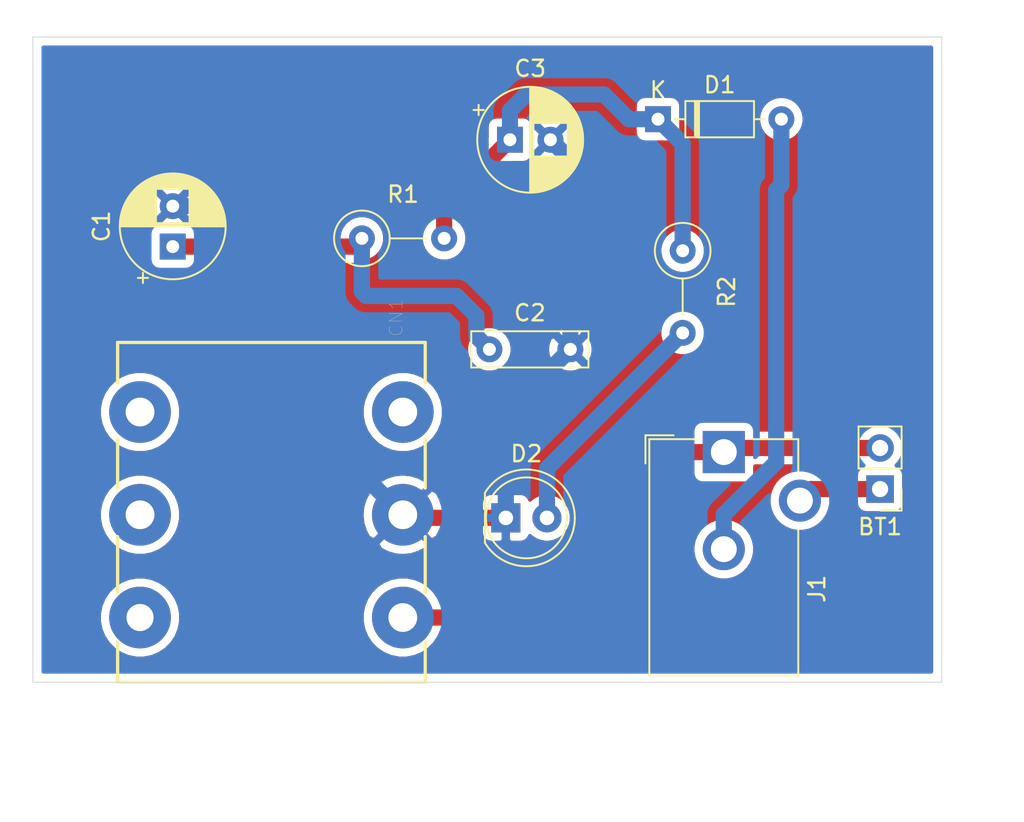
<source format=kicad_pcb>
(kicad_pcb (version 20171130) (host pcbnew 5.1.5-52549c5~84~ubuntu18.04.1)

  (general
    (thickness 1.6)
    (drawings 5)
    (tracks 43)
    (zones 0)
    (modules 10)
    (nets 12)
  )

  (page A4)
  (layers
    (0 F.Cu signal)
    (31 B.Cu signal)
    (32 B.Adhes user)
    (33 F.Adhes user)
    (34 B.Paste user)
    (35 F.Paste user)
    (36 B.SilkS user)
    (37 F.SilkS user)
    (38 B.Mask user)
    (39 F.Mask user)
    (40 Dwgs.User user)
    (41 Cmts.User user)
    (42 Eco1.User user)
    (43 Eco2.User user)
    (44 Edge.Cuts user)
    (45 Margin user)
    (46 B.CrtYd user)
    (47 F.CrtYd user)
    (48 B.Fab user)
    (49 F.Fab user)
  )

  (setup
    (last_trace_width 0.25)
    (trace_clearance 0.2)
    (zone_clearance 0.508)
    (zone_45_only no)
    (trace_min 0.2)
    (via_size 0.8)
    (via_drill 0.4)
    (via_min_size 0.4)
    (via_min_drill 0.3)
    (uvia_size 0.3)
    (uvia_drill 0.1)
    (uvias_allowed no)
    (uvia_min_size 0.2)
    (uvia_min_drill 0.1)
    (edge_width 0.05)
    (segment_width 0.2)
    (pcb_text_width 0.3)
    (pcb_text_size 1.5 1.5)
    (mod_edge_width 0.12)
    (mod_text_size 1 1)
    (mod_text_width 0.15)
    (pad_size 1.524 1.524)
    (pad_drill 0.762)
    (pad_to_mask_clearance 0.051)
    (solder_mask_min_width 0.25)
    (aux_axis_origin 0 0)
    (visible_elements FFFFFF7F)
    (pcbplotparams
      (layerselection 0x010fc_ffffffff)
      (usegerberextensions false)
      (usegerberattributes false)
      (usegerberadvancedattributes false)
      (creategerberjobfile false)
      (excludeedgelayer true)
      (linewidth 0.100000)
      (plotframeref false)
      (viasonmask false)
      (mode 1)
      (useauxorigin false)
      (hpglpennumber 1)
      (hpglpenspeed 20)
      (hpglpendiameter 15.000000)
      (psnegative false)
      (psa4output false)
      (plotreference true)
      (plotvalue true)
      (plotinvisibletext false)
      (padsonsilk false)
      (subtractmaskfromsilk false)
      (outputformat 1)
      (mirror false)
      (drillshape 1)
      (scaleselection 1)
      (outputdirectory ""))
  )

  (net 0 "")
  (net 1 "Net-(BT1-Pad1)")
  (net 2 GND-A)
  (net 3 GND-B)
  (net 4 "Net-(C1-Pad1)")
  (net 5 "Net-(C3-Pad1)")
  (net 6 "Net-(CN1-PadSN)")
  (net 7 "Net-(CN1-PadRN)")
  (net 8 "Net-(CN1-PadT)")
  (net 9 "Net-(CN1-PadTN)")
  (net 10 "Net-(D1-Pad2)")
  (net 11 "Net-(D2-Pad2)")

  (net_class Default "This is the default net class."
    (clearance 0.2)
    (trace_width 0.25)
    (via_dia 0.8)
    (via_drill 0.4)
    (uvia_dia 0.3)
    (uvia_drill 0.1)
    (add_net GND-A)
    (add_net GND-B)
    (add_net "Net-(BT1-Pad1)")
    (add_net "Net-(C1-Pad1)")
    (add_net "Net-(C3-Pad1)")
    (add_net "Net-(CN1-PadRN)")
    (add_net "Net-(CN1-PadSN)")
    (add_net "Net-(CN1-PadT)")
    (add_net "Net-(CN1-PadTN)")
    (add_net "Net-(D1-Pad2)")
    (add_net "Net-(D2-Pad2)")
  )

  (module Connector_PinHeader_2.54mm:PinHeader_1x02_P2.54mm_Vertical (layer F.Cu) (tedit 59FED5CC) (tstamp 5E6ADAD2)
    (at 69.85 139.7 180)
    (descr "Through hole straight pin header, 1x02, 2.54mm pitch, single row")
    (tags "Through hole pin header THT 1x02 2.54mm single row")
    (path /5E62D75A)
    (fp_text reference BT1 (at 0 -2.33) (layer F.SilkS)
      (effects (font (size 1 1) (thickness 0.15)))
    )
    (fp_text value Battery (at 0 4.87) (layer F.Fab)
      (effects (font (size 1 1) (thickness 0.15)))
    )
    (fp_line (start -0.635 -1.27) (end 1.27 -1.27) (layer F.Fab) (width 0.1))
    (fp_line (start 1.27 -1.27) (end 1.27 3.81) (layer F.Fab) (width 0.1))
    (fp_line (start 1.27 3.81) (end -1.27 3.81) (layer F.Fab) (width 0.1))
    (fp_line (start -1.27 3.81) (end -1.27 -0.635) (layer F.Fab) (width 0.1))
    (fp_line (start -1.27 -0.635) (end -0.635 -1.27) (layer F.Fab) (width 0.1))
    (fp_line (start -1.33 3.87) (end 1.33 3.87) (layer F.SilkS) (width 0.12))
    (fp_line (start -1.33 1.27) (end -1.33 3.87) (layer F.SilkS) (width 0.12))
    (fp_line (start 1.33 1.27) (end 1.33 3.87) (layer F.SilkS) (width 0.12))
    (fp_line (start -1.33 1.27) (end 1.33 1.27) (layer F.SilkS) (width 0.12))
    (fp_line (start -1.33 0) (end -1.33 -1.33) (layer F.SilkS) (width 0.12))
    (fp_line (start -1.33 -1.33) (end 0 -1.33) (layer F.SilkS) (width 0.12))
    (fp_line (start -1.8 -1.8) (end -1.8 4.35) (layer F.CrtYd) (width 0.05))
    (fp_line (start -1.8 4.35) (end 1.8 4.35) (layer F.CrtYd) (width 0.05))
    (fp_line (start 1.8 4.35) (end 1.8 -1.8) (layer F.CrtYd) (width 0.05))
    (fp_line (start 1.8 -1.8) (end -1.8 -1.8) (layer F.CrtYd) (width 0.05))
    (fp_text user %R (at 0 1.27 90) (layer F.Fab)
      (effects (font (size 1 1) (thickness 0.15)))
    )
    (pad 1 thru_hole rect (at 0 0 180) (size 1.7 1.7) (drill 1) (layers *.Cu *.Mask)
      (net 1 "Net-(BT1-Pad1)"))
    (pad 2 thru_hole oval (at 0 2.54 180) (size 1.7 1.7) (drill 1) (layers *.Cu *.Mask)
      (net 2 GND-A))
    (model ${KISYS3DMOD}/Connector_PinHeader_2.54mm.3dshapes/PinHeader_1x02_P2.54mm_Vertical.wrl
      (at (xyz 0 0 0))
      (scale (xyz 1 1 1))
      (rotate (xyz 0 0 0))
    )
  )

  (module Capacitor_THT:CP_Radial_D6.3mm_P2.50mm (layer F.Cu) (tedit 5AE50EF0) (tstamp 5E6AB40D)
    (at 26.162 124.714 90)
    (descr "CP, Radial series, Radial, pin pitch=2.50mm, , diameter=6.3mm, Electrolytic Capacitor")
    (tags "CP Radial series Radial pin pitch 2.50mm  diameter 6.3mm Electrolytic Capacitor")
    (path /5E6775E9)
    (fp_text reference C1 (at 1.25 -4.4 90) (layer F.SilkS)
      (effects (font (size 1 1) (thickness 0.15)))
    )
    (fp_text value 220mF (at 1.25 4.4 90) (layer F.Fab)
      (effects (font (size 1 1) (thickness 0.15)))
    )
    (fp_text user %R (at 1.25 0 90) (layer F.Fab)
      (effects (font (size 1 1) (thickness 0.15)))
    )
    (fp_line (start -1.935241 -2.154) (end -1.935241 -1.524) (layer F.SilkS) (width 0.12))
    (fp_line (start -2.250241 -1.839) (end -1.620241 -1.839) (layer F.SilkS) (width 0.12))
    (fp_line (start 4.491 -0.402) (end 4.491 0.402) (layer F.SilkS) (width 0.12))
    (fp_line (start 4.451 -0.633) (end 4.451 0.633) (layer F.SilkS) (width 0.12))
    (fp_line (start 4.411 -0.802) (end 4.411 0.802) (layer F.SilkS) (width 0.12))
    (fp_line (start 4.371 -0.94) (end 4.371 0.94) (layer F.SilkS) (width 0.12))
    (fp_line (start 4.331 -1.059) (end 4.331 1.059) (layer F.SilkS) (width 0.12))
    (fp_line (start 4.291 -1.165) (end 4.291 1.165) (layer F.SilkS) (width 0.12))
    (fp_line (start 4.251 -1.262) (end 4.251 1.262) (layer F.SilkS) (width 0.12))
    (fp_line (start 4.211 -1.35) (end 4.211 1.35) (layer F.SilkS) (width 0.12))
    (fp_line (start 4.171 -1.432) (end 4.171 1.432) (layer F.SilkS) (width 0.12))
    (fp_line (start 4.131 -1.509) (end 4.131 1.509) (layer F.SilkS) (width 0.12))
    (fp_line (start 4.091 -1.581) (end 4.091 1.581) (layer F.SilkS) (width 0.12))
    (fp_line (start 4.051 -1.65) (end 4.051 1.65) (layer F.SilkS) (width 0.12))
    (fp_line (start 4.011 -1.714) (end 4.011 1.714) (layer F.SilkS) (width 0.12))
    (fp_line (start 3.971 -1.776) (end 3.971 1.776) (layer F.SilkS) (width 0.12))
    (fp_line (start 3.931 -1.834) (end 3.931 1.834) (layer F.SilkS) (width 0.12))
    (fp_line (start 3.891 -1.89) (end 3.891 1.89) (layer F.SilkS) (width 0.12))
    (fp_line (start 3.851 -1.944) (end 3.851 1.944) (layer F.SilkS) (width 0.12))
    (fp_line (start 3.811 -1.995) (end 3.811 1.995) (layer F.SilkS) (width 0.12))
    (fp_line (start 3.771 -2.044) (end 3.771 2.044) (layer F.SilkS) (width 0.12))
    (fp_line (start 3.731 -2.092) (end 3.731 2.092) (layer F.SilkS) (width 0.12))
    (fp_line (start 3.691 -2.137) (end 3.691 2.137) (layer F.SilkS) (width 0.12))
    (fp_line (start 3.651 -2.182) (end 3.651 2.182) (layer F.SilkS) (width 0.12))
    (fp_line (start 3.611 -2.224) (end 3.611 2.224) (layer F.SilkS) (width 0.12))
    (fp_line (start 3.571 -2.265) (end 3.571 2.265) (layer F.SilkS) (width 0.12))
    (fp_line (start 3.531 1.04) (end 3.531 2.305) (layer F.SilkS) (width 0.12))
    (fp_line (start 3.531 -2.305) (end 3.531 -1.04) (layer F.SilkS) (width 0.12))
    (fp_line (start 3.491 1.04) (end 3.491 2.343) (layer F.SilkS) (width 0.12))
    (fp_line (start 3.491 -2.343) (end 3.491 -1.04) (layer F.SilkS) (width 0.12))
    (fp_line (start 3.451 1.04) (end 3.451 2.38) (layer F.SilkS) (width 0.12))
    (fp_line (start 3.451 -2.38) (end 3.451 -1.04) (layer F.SilkS) (width 0.12))
    (fp_line (start 3.411 1.04) (end 3.411 2.416) (layer F.SilkS) (width 0.12))
    (fp_line (start 3.411 -2.416) (end 3.411 -1.04) (layer F.SilkS) (width 0.12))
    (fp_line (start 3.371 1.04) (end 3.371 2.45) (layer F.SilkS) (width 0.12))
    (fp_line (start 3.371 -2.45) (end 3.371 -1.04) (layer F.SilkS) (width 0.12))
    (fp_line (start 3.331 1.04) (end 3.331 2.484) (layer F.SilkS) (width 0.12))
    (fp_line (start 3.331 -2.484) (end 3.331 -1.04) (layer F.SilkS) (width 0.12))
    (fp_line (start 3.291 1.04) (end 3.291 2.516) (layer F.SilkS) (width 0.12))
    (fp_line (start 3.291 -2.516) (end 3.291 -1.04) (layer F.SilkS) (width 0.12))
    (fp_line (start 3.251 1.04) (end 3.251 2.548) (layer F.SilkS) (width 0.12))
    (fp_line (start 3.251 -2.548) (end 3.251 -1.04) (layer F.SilkS) (width 0.12))
    (fp_line (start 3.211 1.04) (end 3.211 2.578) (layer F.SilkS) (width 0.12))
    (fp_line (start 3.211 -2.578) (end 3.211 -1.04) (layer F.SilkS) (width 0.12))
    (fp_line (start 3.171 1.04) (end 3.171 2.607) (layer F.SilkS) (width 0.12))
    (fp_line (start 3.171 -2.607) (end 3.171 -1.04) (layer F.SilkS) (width 0.12))
    (fp_line (start 3.131 1.04) (end 3.131 2.636) (layer F.SilkS) (width 0.12))
    (fp_line (start 3.131 -2.636) (end 3.131 -1.04) (layer F.SilkS) (width 0.12))
    (fp_line (start 3.091 1.04) (end 3.091 2.664) (layer F.SilkS) (width 0.12))
    (fp_line (start 3.091 -2.664) (end 3.091 -1.04) (layer F.SilkS) (width 0.12))
    (fp_line (start 3.051 1.04) (end 3.051 2.69) (layer F.SilkS) (width 0.12))
    (fp_line (start 3.051 -2.69) (end 3.051 -1.04) (layer F.SilkS) (width 0.12))
    (fp_line (start 3.011 1.04) (end 3.011 2.716) (layer F.SilkS) (width 0.12))
    (fp_line (start 3.011 -2.716) (end 3.011 -1.04) (layer F.SilkS) (width 0.12))
    (fp_line (start 2.971 1.04) (end 2.971 2.742) (layer F.SilkS) (width 0.12))
    (fp_line (start 2.971 -2.742) (end 2.971 -1.04) (layer F.SilkS) (width 0.12))
    (fp_line (start 2.931 1.04) (end 2.931 2.766) (layer F.SilkS) (width 0.12))
    (fp_line (start 2.931 -2.766) (end 2.931 -1.04) (layer F.SilkS) (width 0.12))
    (fp_line (start 2.891 1.04) (end 2.891 2.79) (layer F.SilkS) (width 0.12))
    (fp_line (start 2.891 -2.79) (end 2.891 -1.04) (layer F.SilkS) (width 0.12))
    (fp_line (start 2.851 1.04) (end 2.851 2.812) (layer F.SilkS) (width 0.12))
    (fp_line (start 2.851 -2.812) (end 2.851 -1.04) (layer F.SilkS) (width 0.12))
    (fp_line (start 2.811 1.04) (end 2.811 2.834) (layer F.SilkS) (width 0.12))
    (fp_line (start 2.811 -2.834) (end 2.811 -1.04) (layer F.SilkS) (width 0.12))
    (fp_line (start 2.771 1.04) (end 2.771 2.856) (layer F.SilkS) (width 0.12))
    (fp_line (start 2.771 -2.856) (end 2.771 -1.04) (layer F.SilkS) (width 0.12))
    (fp_line (start 2.731 1.04) (end 2.731 2.876) (layer F.SilkS) (width 0.12))
    (fp_line (start 2.731 -2.876) (end 2.731 -1.04) (layer F.SilkS) (width 0.12))
    (fp_line (start 2.691 1.04) (end 2.691 2.896) (layer F.SilkS) (width 0.12))
    (fp_line (start 2.691 -2.896) (end 2.691 -1.04) (layer F.SilkS) (width 0.12))
    (fp_line (start 2.651 1.04) (end 2.651 2.916) (layer F.SilkS) (width 0.12))
    (fp_line (start 2.651 -2.916) (end 2.651 -1.04) (layer F.SilkS) (width 0.12))
    (fp_line (start 2.611 1.04) (end 2.611 2.934) (layer F.SilkS) (width 0.12))
    (fp_line (start 2.611 -2.934) (end 2.611 -1.04) (layer F.SilkS) (width 0.12))
    (fp_line (start 2.571 1.04) (end 2.571 2.952) (layer F.SilkS) (width 0.12))
    (fp_line (start 2.571 -2.952) (end 2.571 -1.04) (layer F.SilkS) (width 0.12))
    (fp_line (start 2.531 1.04) (end 2.531 2.97) (layer F.SilkS) (width 0.12))
    (fp_line (start 2.531 -2.97) (end 2.531 -1.04) (layer F.SilkS) (width 0.12))
    (fp_line (start 2.491 1.04) (end 2.491 2.986) (layer F.SilkS) (width 0.12))
    (fp_line (start 2.491 -2.986) (end 2.491 -1.04) (layer F.SilkS) (width 0.12))
    (fp_line (start 2.451 1.04) (end 2.451 3.002) (layer F.SilkS) (width 0.12))
    (fp_line (start 2.451 -3.002) (end 2.451 -1.04) (layer F.SilkS) (width 0.12))
    (fp_line (start 2.411 1.04) (end 2.411 3.018) (layer F.SilkS) (width 0.12))
    (fp_line (start 2.411 -3.018) (end 2.411 -1.04) (layer F.SilkS) (width 0.12))
    (fp_line (start 2.371 1.04) (end 2.371 3.033) (layer F.SilkS) (width 0.12))
    (fp_line (start 2.371 -3.033) (end 2.371 -1.04) (layer F.SilkS) (width 0.12))
    (fp_line (start 2.331 1.04) (end 2.331 3.047) (layer F.SilkS) (width 0.12))
    (fp_line (start 2.331 -3.047) (end 2.331 -1.04) (layer F.SilkS) (width 0.12))
    (fp_line (start 2.291 1.04) (end 2.291 3.061) (layer F.SilkS) (width 0.12))
    (fp_line (start 2.291 -3.061) (end 2.291 -1.04) (layer F.SilkS) (width 0.12))
    (fp_line (start 2.251 1.04) (end 2.251 3.074) (layer F.SilkS) (width 0.12))
    (fp_line (start 2.251 -3.074) (end 2.251 -1.04) (layer F.SilkS) (width 0.12))
    (fp_line (start 2.211 1.04) (end 2.211 3.086) (layer F.SilkS) (width 0.12))
    (fp_line (start 2.211 -3.086) (end 2.211 -1.04) (layer F.SilkS) (width 0.12))
    (fp_line (start 2.171 1.04) (end 2.171 3.098) (layer F.SilkS) (width 0.12))
    (fp_line (start 2.171 -3.098) (end 2.171 -1.04) (layer F.SilkS) (width 0.12))
    (fp_line (start 2.131 1.04) (end 2.131 3.11) (layer F.SilkS) (width 0.12))
    (fp_line (start 2.131 -3.11) (end 2.131 -1.04) (layer F.SilkS) (width 0.12))
    (fp_line (start 2.091 1.04) (end 2.091 3.121) (layer F.SilkS) (width 0.12))
    (fp_line (start 2.091 -3.121) (end 2.091 -1.04) (layer F.SilkS) (width 0.12))
    (fp_line (start 2.051 1.04) (end 2.051 3.131) (layer F.SilkS) (width 0.12))
    (fp_line (start 2.051 -3.131) (end 2.051 -1.04) (layer F.SilkS) (width 0.12))
    (fp_line (start 2.011 1.04) (end 2.011 3.141) (layer F.SilkS) (width 0.12))
    (fp_line (start 2.011 -3.141) (end 2.011 -1.04) (layer F.SilkS) (width 0.12))
    (fp_line (start 1.971 1.04) (end 1.971 3.15) (layer F.SilkS) (width 0.12))
    (fp_line (start 1.971 -3.15) (end 1.971 -1.04) (layer F.SilkS) (width 0.12))
    (fp_line (start 1.93 1.04) (end 1.93 3.159) (layer F.SilkS) (width 0.12))
    (fp_line (start 1.93 -3.159) (end 1.93 -1.04) (layer F.SilkS) (width 0.12))
    (fp_line (start 1.89 1.04) (end 1.89 3.167) (layer F.SilkS) (width 0.12))
    (fp_line (start 1.89 -3.167) (end 1.89 -1.04) (layer F.SilkS) (width 0.12))
    (fp_line (start 1.85 1.04) (end 1.85 3.175) (layer F.SilkS) (width 0.12))
    (fp_line (start 1.85 -3.175) (end 1.85 -1.04) (layer F.SilkS) (width 0.12))
    (fp_line (start 1.81 1.04) (end 1.81 3.182) (layer F.SilkS) (width 0.12))
    (fp_line (start 1.81 -3.182) (end 1.81 -1.04) (layer F.SilkS) (width 0.12))
    (fp_line (start 1.77 1.04) (end 1.77 3.189) (layer F.SilkS) (width 0.12))
    (fp_line (start 1.77 -3.189) (end 1.77 -1.04) (layer F.SilkS) (width 0.12))
    (fp_line (start 1.73 1.04) (end 1.73 3.195) (layer F.SilkS) (width 0.12))
    (fp_line (start 1.73 -3.195) (end 1.73 -1.04) (layer F.SilkS) (width 0.12))
    (fp_line (start 1.69 1.04) (end 1.69 3.201) (layer F.SilkS) (width 0.12))
    (fp_line (start 1.69 -3.201) (end 1.69 -1.04) (layer F.SilkS) (width 0.12))
    (fp_line (start 1.65 1.04) (end 1.65 3.206) (layer F.SilkS) (width 0.12))
    (fp_line (start 1.65 -3.206) (end 1.65 -1.04) (layer F.SilkS) (width 0.12))
    (fp_line (start 1.61 1.04) (end 1.61 3.211) (layer F.SilkS) (width 0.12))
    (fp_line (start 1.61 -3.211) (end 1.61 -1.04) (layer F.SilkS) (width 0.12))
    (fp_line (start 1.57 1.04) (end 1.57 3.215) (layer F.SilkS) (width 0.12))
    (fp_line (start 1.57 -3.215) (end 1.57 -1.04) (layer F.SilkS) (width 0.12))
    (fp_line (start 1.53 1.04) (end 1.53 3.218) (layer F.SilkS) (width 0.12))
    (fp_line (start 1.53 -3.218) (end 1.53 -1.04) (layer F.SilkS) (width 0.12))
    (fp_line (start 1.49 1.04) (end 1.49 3.222) (layer F.SilkS) (width 0.12))
    (fp_line (start 1.49 -3.222) (end 1.49 -1.04) (layer F.SilkS) (width 0.12))
    (fp_line (start 1.45 -3.224) (end 1.45 3.224) (layer F.SilkS) (width 0.12))
    (fp_line (start 1.41 -3.227) (end 1.41 3.227) (layer F.SilkS) (width 0.12))
    (fp_line (start 1.37 -3.228) (end 1.37 3.228) (layer F.SilkS) (width 0.12))
    (fp_line (start 1.33 -3.23) (end 1.33 3.23) (layer F.SilkS) (width 0.12))
    (fp_line (start 1.29 -3.23) (end 1.29 3.23) (layer F.SilkS) (width 0.12))
    (fp_line (start 1.25 -3.23) (end 1.25 3.23) (layer F.SilkS) (width 0.12))
    (fp_line (start -1.128972 -1.6885) (end -1.128972 -1.0585) (layer F.Fab) (width 0.1))
    (fp_line (start -1.443972 -1.3735) (end -0.813972 -1.3735) (layer F.Fab) (width 0.1))
    (fp_circle (center 1.25 0) (end 4.65 0) (layer F.CrtYd) (width 0.05))
    (fp_circle (center 1.25 0) (end 4.52 0) (layer F.SilkS) (width 0.12))
    (fp_circle (center 1.25 0) (end 4.4 0) (layer F.Fab) (width 0.1))
    (pad 2 thru_hole circle (at 2.5 0 90) (size 1.6 1.6) (drill 0.8) (layers *.Cu *.Mask)
      (net 3 GND-B))
    (pad 1 thru_hole rect (at 0 0 90) (size 1.6 1.6) (drill 0.8) (layers *.Cu *.Mask)
      (net 4 "Net-(C1-Pad1)"))
    (model ${KISYS3DMOD}/Capacitor_THT.3dshapes/CP_Radial_D6.3mm_P2.50mm.wrl
      (at (xyz 0 0 0))
      (scale (xyz 1 1 1))
      (rotate (xyz 0 0 0))
    )
  )

  (module Capacitor_THT:C_Rect_L7.0mm_W2.0mm_P5.00mm (layer F.Cu) (tedit 5AE50EF0) (tstamp 5E6AE4D5)
    (at 45.72 131.064)
    (descr "C, Rect series, Radial, pin pitch=5.00mm, , length*width=7*2mm^2, Capacitor")
    (tags "C Rect series Radial pin pitch 5.00mm  length 7mm width 2mm Capacitor")
    (path /5E67854F)
    (fp_text reference C2 (at 2.5 -2.25) (layer F.SilkS)
      (effects (font (size 1 1) (thickness 0.15)))
    )
    (fp_text value 100n (at 2.5 2.25) (layer F.Fab)
      (effects (font (size 1 1) (thickness 0.15)))
    )
    (fp_line (start -1 -1) (end -1 1) (layer F.Fab) (width 0.1))
    (fp_line (start -1 1) (end 6 1) (layer F.Fab) (width 0.1))
    (fp_line (start 6 1) (end 6 -1) (layer F.Fab) (width 0.1))
    (fp_line (start 6 -1) (end -1 -1) (layer F.Fab) (width 0.1))
    (fp_line (start -1.12 -1.12) (end 6.12 -1.12) (layer F.SilkS) (width 0.12))
    (fp_line (start -1.12 1.12) (end 6.12 1.12) (layer F.SilkS) (width 0.12))
    (fp_line (start -1.12 -1.12) (end -1.12 1.12) (layer F.SilkS) (width 0.12))
    (fp_line (start 6.12 -1.12) (end 6.12 1.12) (layer F.SilkS) (width 0.12))
    (fp_line (start -1.25 -1.25) (end -1.25 1.25) (layer F.CrtYd) (width 0.05))
    (fp_line (start -1.25 1.25) (end 6.25 1.25) (layer F.CrtYd) (width 0.05))
    (fp_line (start 6.25 1.25) (end 6.25 -1.25) (layer F.CrtYd) (width 0.05))
    (fp_line (start 6.25 -1.25) (end -1.25 -1.25) (layer F.CrtYd) (width 0.05))
    (fp_text user %R (at 2.5 0) (layer F.Fab)
      (effects (font (size 1 1) (thickness 0.15)))
    )
    (pad 1 thru_hole circle (at 0 0) (size 1.6 1.6) (drill 0.8) (layers *.Cu *.Mask)
      (net 4 "Net-(C1-Pad1)"))
    (pad 2 thru_hole circle (at 5 0) (size 1.6 1.6) (drill 0.8) (layers *.Cu *.Mask)
      (net 3 GND-B))
    (model ${KISYS3DMOD}/Capacitor_THT.3dshapes/C_Rect_L7.0mm_W2.0mm_P5.00mm.wrl
      (at (xyz 0 0 0))
      (scale (xyz 1 1 1))
      (rotate (xyz 0 0 0))
    )
  )

  (module Capacitor_THT:CP_Radial_D6.3mm_P2.50mm (layer F.Cu) (tedit 5AE50EF0) (tstamp 5E6AB4B4)
    (at 46.99 118.11)
    (descr "CP, Radial series, Radial, pin pitch=2.50mm, , diameter=6.3mm, Electrolytic Capacitor")
    (tags "CP Radial series Radial pin pitch 2.50mm  diameter 6.3mm Electrolytic Capacitor")
    (path /5E672FDF)
    (fp_text reference C3 (at 1.25 -4.4) (layer F.SilkS)
      (effects (font (size 1 1) (thickness 0.15)))
    )
    (fp_text value 220mF (at 1.25 4.4) (layer F.Fab)
      (effects (font (size 1 1) (thickness 0.15)))
    )
    (fp_circle (center 1.25 0) (end 4.4 0) (layer F.Fab) (width 0.1))
    (fp_circle (center 1.25 0) (end 4.52 0) (layer F.SilkS) (width 0.12))
    (fp_circle (center 1.25 0) (end 4.65 0) (layer F.CrtYd) (width 0.05))
    (fp_line (start -1.443972 -1.3735) (end -0.813972 -1.3735) (layer F.Fab) (width 0.1))
    (fp_line (start -1.128972 -1.6885) (end -1.128972 -1.0585) (layer F.Fab) (width 0.1))
    (fp_line (start 1.25 -3.23) (end 1.25 3.23) (layer F.SilkS) (width 0.12))
    (fp_line (start 1.29 -3.23) (end 1.29 3.23) (layer F.SilkS) (width 0.12))
    (fp_line (start 1.33 -3.23) (end 1.33 3.23) (layer F.SilkS) (width 0.12))
    (fp_line (start 1.37 -3.228) (end 1.37 3.228) (layer F.SilkS) (width 0.12))
    (fp_line (start 1.41 -3.227) (end 1.41 3.227) (layer F.SilkS) (width 0.12))
    (fp_line (start 1.45 -3.224) (end 1.45 3.224) (layer F.SilkS) (width 0.12))
    (fp_line (start 1.49 -3.222) (end 1.49 -1.04) (layer F.SilkS) (width 0.12))
    (fp_line (start 1.49 1.04) (end 1.49 3.222) (layer F.SilkS) (width 0.12))
    (fp_line (start 1.53 -3.218) (end 1.53 -1.04) (layer F.SilkS) (width 0.12))
    (fp_line (start 1.53 1.04) (end 1.53 3.218) (layer F.SilkS) (width 0.12))
    (fp_line (start 1.57 -3.215) (end 1.57 -1.04) (layer F.SilkS) (width 0.12))
    (fp_line (start 1.57 1.04) (end 1.57 3.215) (layer F.SilkS) (width 0.12))
    (fp_line (start 1.61 -3.211) (end 1.61 -1.04) (layer F.SilkS) (width 0.12))
    (fp_line (start 1.61 1.04) (end 1.61 3.211) (layer F.SilkS) (width 0.12))
    (fp_line (start 1.65 -3.206) (end 1.65 -1.04) (layer F.SilkS) (width 0.12))
    (fp_line (start 1.65 1.04) (end 1.65 3.206) (layer F.SilkS) (width 0.12))
    (fp_line (start 1.69 -3.201) (end 1.69 -1.04) (layer F.SilkS) (width 0.12))
    (fp_line (start 1.69 1.04) (end 1.69 3.201) (layer F.SilkS) (width 0.12))
    (fp_line (start 1.73 -3.195) (end 1.73 -1.04) (layer F.SilkS) (width 0.12))
    (fp_line (start 1.73 1.04) (end 1.73 3.195) (layer F.SilkS) (width 0.12))
    (fp_line (start 1.77 -3.189) (end 1.77 -1.04) (layer F.SilkS) (width 0.12))
    (fp_line (start 1.77 1.04) (end 1.77 3.189) (layer F.SilkS) (width 0.12))
    (fp_line (start 1.81 -3.182) (end 1.81 -1.04) (layer F.SilkS) (width 0.12))
    (fp_line (start 1.81 1.04) (end 1.81 3.182) (layer F.SilkS) (width 0.12))
    (fp_line (start 1.85 -3.175) (end 1.85 -1.04) (layer F.SilkS) (width 0.12))
    (fp_line (start 1.85 1.04) (end 1.85 3.175) (layer F.SilkS) (width 0.12))
    (fp_line (start 1.89 -3.167) (end 1.89 -1.04) (layer F.SilkS) (width 0.12))
    (fp_line (start 1.89 1.04) (end 1.89 3.167) (layer F.SilkS) (width 0.12))
    (fp_line (start 1.93 -3.159) (end 1.93 -1.04) (layer F.SilkS) (width 0.12))
    (fp_line (start 1.93 1.04) (end 1.93 3.159) (layer F.SilkS) (width 0.12))
    (fp_line (start 1.971 -3.15) (end 1.971 -1.04) (layer F.SilkS) (width 0.12))
    (fp_line (start 1.971 1.04) (end 1.971 3.15) (layer F.SilkS) (width 0.12))
    (fp_line (start 2.011 -3.141) (end 2.011 -1.04) (layer F.SilkS) (width 0.12))
    (fp_line (start 2.011 1.04) (end 2.011 3.141) (layer F.SilkS) (width 0.12))
    (fp_line (start 2.051 -3.131) (end 2.051 -1.04) (layer F.SilkS) (width 0.12))
    (fp_line (start 2.051 1.04) (end 2.051 3.131) (layer F.SilkS) (width 0.12))
    (fp_line (start 2.091 -3.121) (end 2.091 -1.04) (layer F.SilkS) (width 0.12))
    (fp_line (start 2.091 1.04) (end 2.091 3.121) (layer F.SilkS) (width 0.12))
    (fp_line (start 2.131 -3.11) (end 2.131 -1.04) (layer F.SilkS) (width 0.12))
    (fp_line (start 2.131 1.04) (end 2.131 3.11) (layer F.SilkS) (width 0.12))
    (fp_line (start 2.171 -3.098) (end 2.171 -1.04) (layer F.SilkS) (width 0.12))
    (fp_line (start 2.171 1.04) (end 2.171 3.098) (layer F.SilkS) (width 0.12))
    (fp_line (start 2.211 -3.086) (end 2.211 -1.04) (layer F.SilkS) (width 0.12))
    (fp_line (start 2.211 1.04) (end 2.211 3.086) (layer F.SilkS) (width 0.12))
    (fp_line (start 2.251 -3.074) (end 2.251 -1.04) (layer F.SilkS) (width 0.12))
    (fp_line (start 2.251 1.04) (end 2.251 3.074) (layer F.SilkS) (width 0.12))
    (fp_line (start 2.291 -3.061) (end 2.291 -1.04) (layer F.SilkS) (width 0.12))
    (fp_line (start 2.291 1.04) (end 2.291 3.061) (layer F.SilkS) (width 0.12))
    (fp_line (start 2.331 -3.047) (end 2.331 -1.04) (layer F.SilkS) (width 0.12))
    (fp_line (start 2.331 1.04) (end 2.331 3.047) (layer F.SilkS) (width 0.12))
    (fp_line (start 2.371 -3.033) (end 2.371 -1.04) (layer F.SilkS) (width 0.12))
    (fp_line (start 2.371 1.04) (end 2.371 3.033) (layer F.SilkS) (width 0.12))
    (fp_line (start 2.411 -3.018) (end 2.411 -1.04) (layer F.SilkS) (width 0.12))
    (fp_line (start 2.411 1.04) (end 2.411 3.018) (layer F.SilkS) (width 0.12))
    (fp_line (start 2.451 -3.002) (end 2.451 -1.04) (layer F.SilkS) (width 0.12))
    (fp_line (start 2.451 1.04) (end 2.451 3.002) (layer F.SilkS) (width 0.12))
    (fp_line (start 2.491 -2.986) (end 2.491 -1.04) (layer F.SilkS) (width 0.12))
    (fp_line (start 2.491 1.04) (end 2.491 2.986) (layer F.SilkS) (width 0.12))
    (fp_line (start 2.531 -2.97) (end 2.531 -1.04) (layer F.SilkS) (width 0.12))
    (fp_line (start 2.531 1.04) (end 2.531 2.97) (layer F.SilkS) (width 0.12))
    (fp_line (start 2.571 -2.952) (end 2.571 -1.04) (layer F.SilkS) (width 0.12))
    (fp_line (start 2.571 1.04) (end 2.571 2.952) (layer F.SilkS) (width 0.12))
    (fp_line (start 2.611 -2.934) (end 2.611 -1.04) (layer F.SilkS) (width 0.12))
    (fp_line (start 2.611 1.04) (end 2.611 2.934) (layer F.SilkS) (width 0.12))
    (fp_line (start 2.651 -2.916) (end 2.651 -1.04) (layer F.SilkS) (width 0.12))
    (fp_line (start 2.651 1.04) (end 2.651 2.916) (layer F.SilkS) (width 0.12))
    (fp_line (start 2.691 -2.896) (end 2.691 -1.04) (layer F.SilkS) (width 0.12))
    (fp_line (start 2.691 1.04) (end 2.691 2.896) (layer F.SilkS) (width 0.12))
    (fp_line (start 2.731 -2.876) (end 2.731 -1.04) (layer F.SilkS) (width 0.12))
    (fp_line (start 2.731 1.04) (end 2.731 2.876) (layer F.SilkS) (width 0.12))
    (fp_line (start 2.771 -2.856) (end 2.771 -1.04) (layer F.SilkS) (width 0.12))
    (fp_line (start 2.771 1.04) (end 2.771 2.856) (layer F.SilkS) (width 0.12))
    (fp_line (start 2.811 -2.834) (end 2.811 -1.04) (layer F.SilkS) (width 0.12))
    (fp_line (start 2.811 1.04) (end 2.811 2.834) (layer F.SilkS) (width 0.12))
    (fp_line (start 2.851 -2.812) (end 2.851 -1.04) (layer F.SilkS) (width 0.12))
    (fp_line (start 2.851 1.04) (end 2.851 2.812) (layer F.SilkS) (width 0.12))
    (fp_line (start 2.891 -2.79) (end 2.891 -1.04) (layer F.SilkS) (width 0.12))
    (fp_line (start 2.891 1.04) (end 2.891 2.79) (layer F.SilkS) (width 0.12))
    (fp_line (start 2.931 -2.766) (end 2.931 -1.04) (layer F.SilkS) (width 0.12))
    (fp_line (start 2.931 1.04) (end 2.931 2.766) (layer F.SilkS) (width 0.12))
    (fp_line (start 2.971 -2.742) (end 2.971 -1.04) (layer F.SilkS) (width 0.12))
    (fp_line (start 2.971 1.04) (end 2.971 2.742) (layer F.SilkS) (width 0.12))
    (fp_line (start 3.011 -2.716) (end 3.011 -1.04) (layer F.SilkS) (width 0.12))
    (fp_line (start 3.011 1.04) (end 3.011 2.716) (layer F.SilkS) (width 0.12))
    (fp_line (start 3.051 -2.69) (end 3.051 -1.04) (layer F.SilkS) (width 0.12))
    (fp_line (start 3.051 1.04) (end 3.051 2.69) (layer F.SilkS) (width 0.12))
    (fp_line (start 3.091 -2.664) (end 3.091 -1.04) (layer F.SilkS) (width 0.12))
    (fp_line (start 3.091 1.04) (end 3.091 2.664) (layer F.SilkS) (width 0.12))
    (fp_line (start 3.131 -2.636) (end 3.131 -1.04) (layer F.SilkS) (width 0.12))
    (fp_line (start 3.131 1.04) (end 3.131 2.636) (layer F.SilkS) (width 0.12))
    (fp_line (start 3.171 -2.607) (end 3.171 -1.04) (layer F.SilkS) (width 0.12))
    (fp_line (start 3.171 1.04) (end 3.171 2.607) (layer F.SilkS) (width 0.12))
    (fp_line (start 3.211 -2.578) (end 3.211 -1.04) (layer F.SilkS) (width 0.12))
    (fp_line (start 3.211 1.04) (end 3.211 2.578) (layer F.SilkS) (width 0.12))
    (fp_line (start 3.251 -2.548) (end 3.251 -1.04) (layer F.SilkS) (width 0.12))
    (fp_line (start 3.251 1.04) (end 3.251 2.548) (layer F.SilkS) (width 0.12))
    (fp_line (start 3.291 -2.516) (end 3.291 -1.04) (layer F.SilkS) (width 0.12))
    (fp_line (start 3.291 1.04) (end 3.291 2.516) (layer F.SilkS) (width 0.12))
    (fp_line (start 3.331 -2.484) (end 3.331 -1.04) (layer F.SilkS) (width 0.12))
    (fp_line (start 3.331 1.04) (end 3.331 2.484) (layer F.SilkS) (width 0.12))
    (fp_line (start 3.371 -2.45) (end 3.371 -1.04) (layer F.SilkS) (width 0.12))
    (fp_line (start 3.371 1.04) (end 3.371 2.45) (layer F.SilkS) (width 0.12))
    (fp_line (start 3.411 -2.416) (end 3.411 -1.04) (layer F.SilkS) (width 0.12))
    (fp_line (start 3.411 1.04) (end 3.411 2.416) (layer F.SilkS) (width 0.12))
    (fp_line (start 3.451 -2.38) (end 3.451 -1.04) (layer F.SilkS) (width 0.12))
    (fp_line (start 3.451 1.04) (end 3.451 2.38) (layer F.SilkS) (width 0.12))
    (fp_line (start 3.491 -2.343) (end 3.491 -1.04) (layer F.SilkS) (width 0.12))
    (fp_line (start 3.491 1.04) (end 3.491 2.343) (layer F.SilkS) (width 0.12))
    (fp_line (start 3.531 -2.305) (end 3.531 -1.04) (layer F.SilkS) (width 0.12))
    (fp_line (start 3.531 1.04) (end 3.531 2.305) (layer F.SilkS) (width 0.12))
    (fp_line (start 3.571 -2.265) (end 3.571 2.265) (layer F.SilkS) (width 0.12))
    (fp_line (start 3.611 -2.224) (end 3.611 2.224) (layer F.SilkS) (width 0.12))
    (fp_line (start 3.651 -2.182) (end 3.651 2.182) (layer F.SilkS) (width 0.12))
    (fp_line (start 3.691 -2.137) (end 3.691 2.137) (layer F.SilkS) (width 0.12))
    (fp_line (start 3.731 -2.092) (end 3.731 2.092) (layer F.SilkS) (width 0.12))
    (fp_line (start 3.771 -2.044) (end 3.771 2.044) (layer F.SilkS) (width 0.12))
    (fp_line (start 3.811 -1.995) (end 3.811 1.995) (layer F.SilkS) (width 0.12))
    (fp_line (start 3.851 -1.944) (end 3.851 1.944) (layer F.SilkS) (width 0.12))
    (fp_line (start 3.891 -1.89) (end 3.891 1.89) (layer F.SilkS) (width 0.12))
    (fp_line (start 3.931 -1.834) (end 3.931 1.834) (layer F.SilkS) (width 0.12))
    (fp_line (start 3.971 -1.776) (end 3.971 1.776) (layer F.SilkS) (width 0.12))
    (fp_line (start 4.011 -1.714) (end 4.011 1.714) (layer F.SilkS) (width 0.12))
    (fp_line (start 4.051 -1.65) (end 4.051 1.65) (layer F.SilkS) (width 0.12))
    (fp_line (start 4.091 -1.581) (end 4.091 1.581) (layer F.SilkS) (width 0.12))
    (fp_line (start 4.131 -1.509) (end 4.131 1.509) (layer F.SilkS) (width 0.12))
    (fp_line (start 4.171 -1.432) (end 4.171 1.432) (layer F.SilkS) (width 0.12))
    (fp_line (start 4.211 -1.35) (end 4.211 1.35) (layer F.SilkS) (width 0.12))
    (fp_line (start 4.251 -1.262) (end 4.251 1.262) (layer F.SilkS) (width 0.12))
    (fp_line (start 4.291 -1.165) (end 4.291 1.165) (layer F.SilkS) (width 0.12))
    (fp_line (start 4.331 -1.059) (end 4.331 1.059) (layer F.SilkS) (width 0.12))
    (fp_line (start 4.371 -0.94) (end 4.371 0.94) (layer F.SilkS) (width 0.12))
    (fp_line (start 4.411 -0.802) (end 4.411 0.802) (layer F.SilkS) (width 0.12))
    (fp_line (start 4.451 -0.633) (end 4.451 0.633) (layer F.SilkS) (width 0.12))
    (fp_line (start 4.491 -0.402) (end 4.491 0.402) (layer F.SilkS) (width 0.12))
    (fp_line (start -2.250241 -1.839) (end -1.620241 -1.839) (layer F.SilkS) (width 0.12))
    (fp_line (start -1.935241 -2.154) (end -1.935241 -1.524) (layer F.SilkS) (width 0.12))
    (fp_text user %R (at 1.25 0) (layer F.Fab)
      (effects (font (size 1 1) (thickness 0.15)))
    )
    (pad 1 thru_hole rect (at 0 0) (size 1.6 1.6) (drill 0.8) (layers *.Cu *.Mask)
      (net 5 "Net-(C3-Pad1)"))
    (pad 2 thru_hole circle (at 2.5 0) (size 1.6 1.6) (drill 0.8) (layers *.Cu *.Mask)
      (net 3 GND-B))
    (model ${KISYS3DMOD}/Capacitor_THT.3dshapes/CP_Radial_D6.3mm_P2.50mm.wrl
      (at (xyz 0 0 0))
      (scale (xyz 1 1 1))
      (rotate (xyz 0 0 0))
    )
  )

  (module NMJ6HCD2:NMJ6HCD2 (layer F.Cu) (tedit 5E6306EB) (tstamp 5E6AB4D5)
    (at 32.258 151.638 270)
    (descr "NMJ6H M-Series")
    (path /5E68F2DF)
    (fp_text reference CN1 (at -22.536265 -7.698075 270) (layer F.SilkS)
      (effects (font (size 0.801362 0.801362) (thickness 0.015)))
    )
    (fp_text value NMJ6HCD2 (at -16.93929 -0.752656 270) (layer F.Fab)
      (effects (font (size 0.641243 0.641243) (thickness 0.015)))
    )
    (fp_line (start 0 -9.5) (end 0 9.5) (layer F.SilkS) (width 0.2032))
    (fp_line (start 0 9.5) (end -2.5 9.5) (layer F.SilkS) (width 0.2032))
    (fp_line (start -2.5 9.5) (end -5.5 9.5) (layer F.Fab) (width 0.2032))
    (fp_line (start -5.5 9.5) (end -9 9.5) (layer F.SilkS) (width 0.2032))
    (fp_line (start -9 9.5) (end -12 9.5) (layer F.Fab) (width 0.2032))
    (fp_line (start -12 9.5) (end -15 9.5) (layer F.SilkS) (width 0.2032))
    (fp_line (start -15 9.5) (end -18.5 9.5) (layer F.Fab) (width 0.2032))
    (fp_line (start -18.5 9.5) (end -21 9.5) (layer F.SilkS) (width 0.2032))
    (fp_line (start -21 9.5) (end -21 -9.5) (layer F.SilkS) (width 0.2032))
    (fp_line (start -21 -9.5) (end -18.5 -9.5) (layer F.SilkS) (width 0.2032))
    (fp_line (start -18.5 -9.5) (end -15 -9.5) (layer F.Fab) (width 0.2032))
    (fp_line (start -15 -9.5) (end -12 -9.5) (layer F.SilkS) (width 0.2032))
    (fp_line (start -12 -9.5) (end -9 -9.5) (layer F.Fab) (width 0.2032))
    (fp_line (start -9 -9.5) (end -5.5 -9.5) (layer F.SilkS) (width 0.2032))
    (fp_line (start -5.5 -9.5) (end -2.5 -9.5) (layer F.Fab) (width 0.2032))
    (fp_line (start -2.5 -9.5) (end 0 -9.5) (layer F.SilkS) (width 0.2032))
    (fp_line (start 0 5) (end 3 5) (layer F.Fab) (width 0.2032))
    (fp_line (start 3 5) (end 3 -5) (layer F.Fab) (width 0.2032))
    (fp_line (start 3 -5) (end 0 -5) (layer F.Fab) (width 0.2032))
    (fp_line (start -24 0) (end -23 -4) (layer F.Fab) (width 0.2032))
    (fp_line (start -23 -4) (end -21 -4) (layer F.Fab) (width 0.2032))
    (fp_line (start -24 0) (end -23 4) (layer F.Fab) (width 0.2032))
    (fp_line (start -23 4) (end -21 4) (layer F.Fab) (width 0.2032))
    (pad S thru_hole circle (at -4 -8.115 270) (size 3.81 3.81) (drill 1.778) (layers *.Cu *.Mask)
      (net 2 GND-A))
    (pad SN thru_hole circle (at -4 8.115 270) (size 3.81 3.81) (drill 1.6764) (layers *.Cu *.Mask)
      (net 6 "Net-(CN1-PadSN)"))
    (pad RN thru_hole circle (at -10.35 8.115 270) (size 3.81 3.81) (drill 1.778) (layers *.Cu *.Mask)
      (net 7 "Net-(CN1-PadRN)"))
    (pad R thru_hole circle (at -10.35 -8.115 270) (size 3.81 3.81) (drill 1.778) (layers *.Cu *.Mask)
      (net 3 GND-B))
    (pad T thru_hole circle (at -16.7 -8.115 270) (size 3.81 3.81) (drill 1.778) (layers *.Cu *.Mask)
      (net 8 "Net-(CN1-PadT)"))
    (pad TN thru_hole circle (at -16.7 8.115 270) (size 3.81 3.81) (drill 1.778) (layers *.Cu *.Mask)
      (net 9 "Net-(CN1-PadTN)"))
  )

  (module Diode_THT:D_DO-35_SOD27_P7.62mm_Horizontal (layer F.Cu) (tedit 5AE50CD5) (tstamp 5E6AE433)
    (at 56.134 116.84)
    (descr "Diode, DO-35_SOD27 series, Axial, Horizontal, pin pitch=7.62mm, , length*diameter=4*2mm^2, , http://www.diodes.com/_files/packages/DO-35.pdf")
    (tags "Diode DO-35_SOD27 series Axial Horizontal pin pitch 7.62mm  length 4mm diameter 2mm")
    (path /5E66E200)
    (fp_text reference D1 (at 3.81 -2.12) (layer F.SilkS)
      (effects (font (size 1 1) (thickness 0.15)))
    )
    (fp_text value 1N4148 (at 3.81 2.12) (layer F.Fab)
      (effects (font (size 1 1) (thickness 0.15)))
    )
    (fp_line (start 1.81 -1) (end 1.81 1) (layer F.Fab) (width 0.1))
    (fp_line (start 1.81 1) (end 5.81 1) (layer F.Fab) (width 0.1))
    (fp_line (start 5.81 1) (end 5.81 -1) (layer F.Fab) (width 0.1))
    (fp_line (start 5.81 -1) (end 1.81 -1) (layer F.Fab) (width 0.1))
    (fp_line (start 0 0) (end 1.81 0) (layer F.Fab) (width 0.1))
    (fp_line (start 7.62 0) (end 5.81 0) (layer F.Fab) (width 0.1))
    (fp_line (start 2.41 -1) (end 2.41 1) (layer F.Fab) (width 0.1))
    (fp_line (start 2.51 -1) (end 2.51 1) (layer F.Fab) (width 0.1))
    (fp_line (start 2.31 -1) (end 2.31 1) (layer F.Fab) (width 0.1))
    (fp_line (start 1.69 -1.12) (end 1.69 1.12) (layer F.SilkS) (width 0.12))
    (fp_line (start 1.69 1.12) (end 5.93 1.12) (layer F.SilkS) (width 0.12))
    (fp_line (start 5.93 1.12) (end 5.93 -1.12) (layer F.SilkS) (width 0.12))
    (fp_line (start 5.93 -1.12) (end 1.69 -1.12) (layer F.SilkS) (width 0.12))
    (fp_line (start 1.04 0) (end 1.69 0) (layer F.SilkS) (width 0.12))
    (fp_line (start 6.58 0) (end 5.93 0) (layer F.SilkS) (width 0.12))
    (fp_line (start 2.41 -1.12) (end 2.41 1.12) (layer F.SilkS) (width 0.12))
    (fp_line (start 2.53 -1.12) (end 2.53 1.12) (layer F.SilkS) (width 0.12))
    (fp_line (start 2.29 -1.12) (end 2.29 1.12) (layer F.SilkS) (width 0.12))
    (fp_line (start -1.05 -1.25) (end -1.05 1.25) (layer F.CrtYd) (width 0.05))
    (fp_line (start -1.05 1.25) (end 8.67 1.25) (layer F.CrtYd) (width 0.05))
    (fp_line (start 8.67 1.25) (end 8.67 -1.25) (layer F.CrtYd) (width 0.05))
    (fp_line (start 8.67 -1.25) (end -1.05 -1.25) (layer F.CrtYd) (width 0.05))
    (fp_text user %R (at 4.11 0) (layer F.Fab)
      (effects (font (size 0.8 0.8) (thickness 0.12)))
    )
    (fp_text user K (at 0 -1.8) (layer F.Fab)
      (effects (font (size 1 1) (thickness 0.15)))
    )
    (fp_text user K (at 0 -1.8) (layer F.SilkS)
      (effects (font (size 1 1) (thickness 0.15)))
    )
    (pad 1 thru_hole rect (at 0 0) (size 1.6 1.6) (drill 0.8) (layers *.Cu *.Mask)
      (net 5 "Net-(C3-Pad1)"))
    (pad 2 thru_hole oval (at 7.62 0) (size 1.6 1.6) (drill 0.8) (layers *.Cu *.Mask)
      (net 10 "Net-(D1-Pad2)"))
    (model ${KISYS3DMOD}/Diode_THT.3dshapes/D_DO-35_SOD27_P7.62mm_Horizontal.wrl
      (at (xyz 0 0 0))
      (scale (xyz 1 1 1))
      (rotate (xyz 0 0 0))
    )
  )

  (module LED_THT:LED_D5.0mm (layer F.Cu) (tedit 5995936A) (tstamp 5E6AB506)
    (at 46.736 141.478)
    (descr "LED, diameter 5.0mm, 2 pins, http://cdn-reichelt.de/documents/datenblatt/A500/LL-504BC2E-009.pdf")
    (tags "LED diameter 5.0mm 2 pins")
    (path /5E671C38)
    (fp_text reference D2 (at 1.27 -3.96) (layer F.SilkS)
      (effects (font (size 1 1) (thickness 0.15)))
    )
    (fp_text value LED (at 1.27 3.96) (layer F.Fab)
      (effects (font (size 1 1) (thickness 0.15)))
    )
    (fp_arc (start 1.27 0) (end -1.23 -1.469694) (angle 299.1) (layer F.Fab) (width 0.1))
    (fp_arc (start 1.27 0) (end -1.29 -1.54483) (angle 148.9) (layer F.SilkS) (width 0.12))
    (fp_arc (start 1.27 0) (end -1.29 1.54483) (angle -148.9) (layer F.SilkS) (width 0.12))
    (fp_circle (center 1.27 0) (end 3.77 0) (layer F.Fab) (width 0.1))
    (fp_circle (center 1.27 0) (end 3.77 0) (layer F.SilkS) (width 0.12))
    (fp_line (start -1.23 -1.469694) (end -1.23 1.469694) (layer F.Fab) (width 0.1))
    (fp_line (start -1.29 -1.545) (end -1.29 1.545) (layer F.SilkS) (width 0.12))
    (fp_line (start -1.95 -3.25) (end -1.95 3.25) (layer F.CrtYd) (width 0.05))
    (fp_line (start -1.95 3.25) (end 4.5 3.25) (layer F.CrtYd) (width 0.05))
    (fp_line (start 4.5 3.25) (end 4.5 -3.25) (layer F.CrtYd) (width 0.05))
    (fp_line (start 4.5 -3.25) (end -1.95 -3.25) (layer F.CrtYd) (width 0.05))
    (fp_text user %R (at 1.25 0) (layer F.Fab)
      (effects (font (size 0.8 0.8) (thickness 0.2)))
    )
    (pad 1 thru_hole rect (at 0 0) (size 1.8 1.8) (drill 0.9) (layers *.Cu *.Mask)
      (net 3 GND-B))
    (pad 2 thru_hole circle (at 2.54 0) (size 1.8 1.8) (drill 0.9) (layers *.Cu *.Mask)
      (net 11 "Net-(D2-Pad2)"))
    (model ${KISYS3DMOD}/LED_THT.3dshapes/LED_D5.0mm.wrl
      (at (xyz 0 0 0))
      (scale (xyz 1 1 1))
      (rotate (xyz 0 0 0))
    )
  )

  (module Connector_BarrelJack:BarrelJack_CUI_PJ-102AH_Horizontal (layer F.Cu) (tedit 5A1DBF38) (tstamp 5E6AB528)
    (at 60.198 137.414)
    (descr "Thin-pin DC Barrel Jack, https://cdn-shop.adafruit.com/datasheets/21mmdcjackDatasheet.pdf")
    (tags "Power Jack")
    (path /5E62C6EC)
    (fp_text reference J1 (at 5.75 8.45 90) (layer F.SilkS)
      (effects (font (size 1 1) (thickness 0.15)))
    )
    (fp_text value Barrel_Jack_Switch (at -5.5 6.2 90) (layer F.Fab)
      (effects (font (size 1 1) (thickness 0.15)))
    )
    (fp_text user %R (at 0 6.5) (layer F.Fab)
      (effects (font (size 1 1) (thickness 0.15)))
    )
    (fp_line (start 1.8 -1.8) (end 1.8 -1.2) (layer F.CrtYd) (width 0.05))
    (fp_line (start 1.8 -1.2) (end 5 -1.2) (layer F.CrtYd) (width 0.05))
    (fp_line (start 5 -1.2) (end 5 1.2) (layer F.CrtYd) (width 0.05))
    (fp_line (start 5 1.2) (end 6.5 1.2) (layer F.CrtYd) (width 0.05))
    (fp_line (start 6.5 1.2) (end 6.5 4.8) (layer F.CrtYd) (width 0.05))
    (fp_line (start 6.5 4.8) (end 5 4.8) (layer F.CrtYd) (width 0.05))
    (fp_line (start 5 4.8) (end 5 14.2) (layer F.CrtYd) (width 0.05))
    (fp_line (start 5 14.2) (end -5 14.2) (layer F.CrtYd) (width 0.05))
    (fp_line (start -5 14.2) (end -5 -1.2) (layer F.CrtYd) (width 0.05))
    (fp_line (start -5 -1.2) (end -1.8 -1.2) (layer F.CrtYd) (width 0.05))
    (fp_line (start -1.8 -1.2) (end -1.8 -1.8) (layer F.CrtYd) (width 0.05))
    (fp_line (start -1.8 -1.8) (end 1.8 -1.8) (layer F.CrtYd) (width 0.05))
    (fp_line (start 4.6 4.8) (end 4.6 13.8) (layer F.SilkS) (width 0.12))
    (fp_line (start 4.6 13.8) (end -4.6 13.8) (layer F.SilkS) (width 0.12))
    (fp_line (start -4.6 13.8) (end -4.6 -0.8) (layer F.SilkS) (width 0.12))
    (fp_line (start -4.6 -0.8) (end -1.8 -0.8) (layer F.SilkS) (width 0.12))
    (fp_line (start 1.8 -0.8) (end 4.6 -0.8) (layer F.SilkS) (width 0.12))
    (fp_line (start 4.6 -0.8) (end 4.6 1.2) (layer F.SilkS) (width 0.12))
    (fp_line (start -4.84 0.7) (end -4.84 -1.04) (layer F.SilkS) (width 0.12))
    (fp_line (start -4.84 -1.04) (end -3.1 -1.04) (layer F.SilkS) (width 0.12))
    (fp_line (start 4.5 -0.7) (end 4.5 13.7) (layer F.Fab) (width 0.1))
    (fp_line (start 4.5 13.7) (end -4.5 13.7) (layer F.Fab) (width 0.1))
    (fp_line (start -4.5 13.7) (end -4.5 0.3) (layer F.Fab) (width 0.1))
    (fp_line (start -4.5 0.3) (end -3.5 -0.7) (layer F.Fab) (width 0.1))
    (fp_line (start -3.5 -0.7) (end 4.5 -0.7) (layer F.Fab) (width 0.1))
    (fp_line (start -4.5 10.2) (end 4.5 10.2) (layer F.Fab) (width 0.1))
    (pad 1 thru_hole rect (at 0 0) (size 2.6 2.6) (drill 1.6) (layers *.Cu *.Mask)
      (net 2 GND-A))
    (pad 2 thru_hole circle (at 0 6) (size 2.6 2.6) (drill 1.6) (layers *.Cu *.Mask)
      (net 10 "Net-(D1-Pad2)"))
    (pad 3 thru_hole circle (at 4.7 3) (size 2.6 2.6) (drill 1.6) (layers *.Cu *.Mask)
      (net 1 "Net-(BT1-Pad1)"))
    (model ${KISYS3DMOD}/Connector_BarrelJack.3dshapes/BarrelJack_CUI_PJ-102AH_Horizontal.wrl
      (at (xyz 0 0 0))
      (scale (xyz 1 1 1))
      (rotate (xyz 0 0 0))
    )
  )

  (module Resistor_THT:R_Axial_DIN0309_L9.0mm_D3.2mm_P5.08mm_Vertical (layer F.Cu) (tedit 5AE5139B) (tstamp 5E6AB537)
    (at 37.846 124.206)
    (descr "Resistor, Axial_DIN0309 series, Axial, Vertical, pin pitch=5.08mm, 0.5W = 1/2W, length*diameter=9*3.2mm^2, http://cdn-reichelt.de/documents/datenblatt/B400/1_4W%23YAG.pdf")
    (tags "Resistor Axial_DIN0309 series Axial Vertical pin pitch 5.08mm 0.5W = 1/2W length 9mm diameter 3.2mm")
    (path /5E670E17)
    (fp_text reference R1 (at 2.54 -2.72) (layer F.SilkS)
      (effects (font (size 1 1) (thickness 0.15)))
    )
    (fp_text value 1K (at 2.54 2.72) (layer F.Fab)
      (effects (font (size 1 1) (thickness 0.15)))
    )
    (fp_text user %R (at 2.54 -2.72) (layer F.Fab)
      (effects (font (size 1 1) (thickness 0.15)))
    )
    (fp_line (start 6.13 -1.85) (end -1.85 -1.85) (layer F.CrtYd) (width 0.05))
    (fp_line (start 6.13 1.85) (end 6.13 -1.85) (layer F.CrtYd) (width 0.05))
    (fp_line (start -1.85 1.85) (end 6.13 1.85) (layer F.CrtYd) (width 0.05))
    (fp_line (start -1.85 -1.85) (end -1.85 1.85) (layer F.CrtYd) (width 0.05))
    (fp_line (start 1.72 0) (end 3.98 0) (layer F.SilkS) (width 0.12))
    (fp_line (start 0 0) (end 5.08 0) (layer F.Fab) (width 0.1))
    (fp_circle (center 0 0) (end 1.72 0) (layer F.SilkS) (width 0.12))
    (fp_circle (center 0 0) (end 1.6 0) (layer F.Fab) (width 0.1))
    (pad 2 thru_hole oval (at 5.08 0) (size 1.6 1.6) (drill 0.8) (layers *.Cu *.Mask)
      (net 5 "Net-(C3-Pad1)"))
    (pad 1 thru_hole circle (at 0 0) (size 1.6 1.6) (drill 0.8) (layers *.Cu *.Mask)
      (net 4 "Net-(C1-Pad1)"))
    (model ${KISYS3DMOD}/Resistor_THT.3dshapes/R_Axial_DIN0309_L9.0mm_D3.2mm_P5.08mm_Vertical.wrl
      (at (xyz 0 0 0))
      (scale (xyz 1 1 1))
      (rotate (xyz 0 0 0))
    )
  )

  (module Resistor_THT:R_Axial_DIN0309_L9.0mm_D3.2mm_P5.08mm_Vertical (layer F.Cu) (tedit 5AE5139B) (tstamp 5E6AB546)
    (at 57.658 124.968 270)
    (descr "Resistor, Axial_DIN0309 series, Axial, Vertical, pin pitch=5.08mm, 0.5W = 1/2W, length*diameter=9*3.2mm^2, http://cdn-reichelt.de/documents/datenblatt/B400/1_4W%23YAG.pdf")
    (tags "Resistor Axial_DIN0309 series Axial Vertical pin pitch 5.08mm 0.5W = 1/2W length 9mm diameter 3.2mm")
    (path /5E67055D)
    (fp_text reference R2 (at 2.54 -2.72 90) (layer F.SilkS)
      (effects (font (size 1 1) (thickness 0.15)))
    )
    (fp_text value 22K (at 2.54 2.72 90) (layer F.Fab)
      (effects (font (size 1 1) (thickness 0.15)))
    )
    (fp_circle (center 0 0) (end 1.6 0) (layer F.Fab) (width 0.1))
    (fp_circle (center 0 0) (end 1.72 0) (layer F.SilkS) (width 0.12))
    (fp_line (start 0 0) (end 5.08 0) (layer F.Fab) (width 0.1))
    (fp_line (start 1.72 0) (end 3.98 0) (layer F.SilkS) (width 0.12))
    (fp_line (start -1.85 -1.85) (end -1.85 1.85) (layer F.CrtYd) (width 0.05))
    (fp_line (start -1.85 1.85) (end 6.13 1.85) (layer F.CrtYd) (width 0.05))
    (fp_line (start 6.13 1.85) (end 6.13 -1.85) (layer F.CrtYd) (width 0.05))
    (fp_line (start 6.13 -1.85) (end -1.85 -1.85) (layer F.CrtYd) (width 0.05))
    (fp_text user %R (at 2.54 -2.72 90) (layer F.Fab)
      (effects (font (size 1 1) (thickness 0.15)))
    )
    (pad 1 thru_hole circle (at 0 0 270) (size 1.6 1.6) (drill 0.8) (layers *.Cu *.Mask)
      (net 5 "Net-(C3-Pad1)"))
    (pad 2 thru_hole oval (at 5.08 0 270) (size 1.6 1.6) (drill 0.8) (layers *.Cu *.Mask)
      (net 11 "Net-(D2-Pad2)"))
    (model ${KISYS3DMOD}/Resistor_THT.3dshapes/R_Axial_DIN0309_L9.0mm_D3.2mm_P5.08mm_Vertical.wrl
      (at (xyz 0 0 0))
      (scale (xyz 1 1 1))
      (rotate (xyz 0 0 0))
    )
  )

  (gr_line (start 17.78 151.638) (end 17.526 151.638) (layer Edge.Cuts) (width 0.05) (tstamp 5E6AEA7C))
  (gr_line (start 17.526 111.76) (end 17.526 151.638) (layer Edge.Cuts) (width 0.05))
  (gr_line (start 73.66 111.76) (end 17.526 111.76) (layer Edge.Cuts) (width 0.05))
  (gr_line (start 73.66 151.638) (end 73.66 111.76) (layer Edge.Cuts) (width 0.05))
  (gr_line (start 17.78 151.638) (end 73.66 151.638) (layer Edge.Cuts) (width 0.05))

  (segment (start 65.612 139.7) (end 64.898 140.414) (width 1) (layer F.Cu) (net 1))
  (segment (start 69.85 139.7) (end 65.612 139.7) (width 1) (layer F.Cu) (net 1))
  (segment (start 52.274 147.638) (end 56.388 143.524) (width 1) (layer F.Cu) (net 2))
  (segment (start 40.373 147.638) (end 52.274 147.638) (width 1) (layer F.Cu) (net 2))
  (segment (start 56.388 143.524) (end 56.388 138.684) (width 1) (layer F.Cu) (net 2))
  (segment (start 57.658 137.414) (end 60.198 137.414) (width 1) (layer F.Cu) (net 2))
  (segment (start 56.388 138.684) (end 57.658 137.414) (width 1) (layer F.Cu) (net 2))
  (segment (start 60.452 137.16) (end 60.198 137.414) (width 1) (layer F.Cu) (net 2))
  (segment (start 69.85 137.16) (end 60.452 137.16) (width 1) (layer F.Cu) (net 2))
  (segment (start 46.736 135.048) (end 50.72 131.064) (width 1) (layer B.Cu) (net 3))
  (segment (start 46.736 141.478) (end 46.736 135.048) (width 1) (layer B.Cu) (net 3))
  (segment (start 50.72 119.34) (end 49.49 118.11) (width 1) (layer B.Cu) (net 3))
  (segment (start 50.72 131.064) (end 50.72 119.34) (width 1) (layer B.Cu) (net 3))
  (segment (start 40.373 141.288) (end 33.528 134.443) (width 1) (layer B.Cu) (net 3))
  (segment (start 33.528 134.443) (end 33.528 125.222) (width 1) (layer B.Cu) (net 3))
  (segment (start 30.52 122.214) (end 26.162 122.214) (width 1) (layer B.Cu) (net 3))
  (segment (start 33.528 125.222) (end 30.52 122.214) (width 1) (layer B.Cu) (net 3))
  (segment (start 40.563 141.478) (end 40.373 141.288) (width 1) (layer F.Cu) (net 3))
  (segment (start 46.736 141.478) (end 40.563 141.478) (width 1) (layer F.Cu) (net 3))
  (segment (start 44.920001 130.264001) (end 44.920001 128.994001) (width 1) (layer B.Cu) (net 4))
  (segment (start 45.72 131.064) (end 44.920001 130.264001) (width 1) (layer B.Cu) (net 4))
  (segment (start 44.920001 128.994001) (end 43.688 127.762) (width 1) (layer B.Cu) (net 4))
  (segment (start 43.688 127.762) (end 38.1 127.762) (width 1) (layer B.Cu) (net 4))
  (segment (start 37.846 127.508) (end 37.846 124.206) (width 1) (layer B.Cu) (net 4))
  (segment (start 38.1 127.762) (end 37.846 127.508) (width 1) (layer B.Cu) (net 4))
  (segment (start 37.338 124.714) (end 37.846 124.206) (width 1) (layer F.Cu) (net 4))
  (segment (start 26.162 124.714) (end 37.338 124.714) (width 1) (layer F.Cu) (net 4))
  (segment (start 57.658 118.364) (end 56.134 116.84) (width 1) (layer B.Cu) (net 5))
  (segment (start 57.658 124.968) (end 57.658 118.364) (width 1) (layer B.Cu) (net 5))
  (segment (start 54.334 116.84) (end 52.81 115.316) (width 1) (layer B.Cu) (net 5))
  (segment (start 56.134 116.84) (end 54.334 116.84) (width 1) (layer B.Cu) (net 5))
  (segment (start 46.99 116.31) (end 46.99 118.11) (width 1) (layer B.Cu) (net 5))
  (segment (start 47.984 115.316) (end 46.99 116.31) (width 1) (layer B.Cu) (net 5))
  (segment (start 52.81 115.316) (end 47.984 115.316) (width 1) (layer B.Cu) (net 5))
  (segment (start 42.926 122.174) (end 46.99 118.11) (width 1) (layer F.Cu) (net 5))
  (segment (start 42.926 124.206) (end 42.926 122.174) (width 1) (layer F.Cu) (net 5))
  (segment (start 63.754 120.904) (end 63.754 116.84) (width 1) (layer B.Cu) (net 10))
  (segment (start 63.433138 138.038864) (end 63.433138 121.224862) (width 1) (layer B.Cu) (net 10))
  (segment (start 63.433138 121.224862) (end 63.754 120.904) (width 1) (layer B.Cu) (net 10))
  (segment (start 60.198 143.414) (end 60.198 141.274002) (width 1) (layer B.Cu) (net 10))
  (segment (start 60.198 141.274002) (end 63.433138 138.038864) (width 1) (layer B.Cu) (net 10))
  (segment (start 49.276 138.43) (end 49.276 141.478) (width 1) (layer B.Cu) (net 11))
  (segment (start 57.658 130.048) (end 49.276 138.43) (width 1) (layer B.Cu) (net 11))

  (zone (net 3) (net_name GND-B) (layer F.Cu) (tstamp 0) (hatch edge 0.508)
    (connect_pads (clearance 0.508))
    (min_thickness 0.254)
    (fill yes (arc_segments 32) (thermal_gap 0.508) (thermal_bridge_width 0.508))
    (polygon
      (pts
        (xy 76.2 156.718) (xy 16.256 156.718) (xy 16.256 110.49) (xy 75.946 110.49)
      )
    )
    (filled_polygon
      (pts
        (xy 73 150.978) (xy 18.186 150.978) (xy 18.186 147.387832) (xy 21.603 147.387832) (xy 21.603 147.888168)
        (xy 21.700611 148.378891) (xy 21.892081 148.841141) (xy 22.170053 149.257156) (xy 22.523844 149.610947) (xy 22.939859 149.888919)
        (xy 23.402109 150.080389) (xy 23.892832 150.178) (xy 24.393168 150.178) (xy 24.883891 150.080389) (xy 25.346141 149.888919)
        (xy 25.762156 149.610947) (xy 26.115947 149.257156) (xy 26.393919 148.841141) (xy 26.585389 148.378891) (xy 26.683 147.888168)
        (xy 26.683 147.387832) (xy 37.833 147.387832) (xy 37.833 147.888168) (xy 37.930611 148.378891) (xy 38.122081 148.841141)
        (xy 38.400053 149.257156) (xy 38.753844 149.610947) (xy 39.169859 149.888919) (xy 39.632109 150.080389) (xy 40.122832 150.178)
        (xy 40.623168 150.178) (xy 41.113891 150.080389) (xy 41.576141 149.888919) (xy 41.992156 149.610947) (xy 42.345947 149.257156)
        (xy 42.623919 148.841141) (xy 42.652144 148.773) (xy 52.218249 148.773) (xy 52.274 148.778491) (xy 52.329751 148.773)
        (xy 52.329752 148.773) (xy 52.496499 148.756577) (xy 52.710447 148.691676) (xy 52.907623 148.586284) (xy 53.080449 148.444449)
        (xy 53.115996 148.401135) (xy 57.151146 144.365987) (xy 57.194449 144.330449) (xy 57.336284 144.157623) (xy 57.441676 143.960447)
        (xy 57.506577 143.746499) (xy 57.523 143.579752) (xy 57.523 143.579751) (xy 57.528491 143.524) (xy 57.523 143.468248)
        (xy 57.523 143.223419) (xy 58.263 143.223419) (xy 58.263 143.604581) (xy 58.337361 143.978419) (xy 58.483225 144.330566)
        (xy 58.694987 144.647491) (xy 58.964509 144.917013) (xy 59.281434 145.128775) (xy 59.633581 145.274639) (xy 60.007419 145.349)
        (xy 60.388581 145.349) (xy 60.762419 145.274639) (xy 61.114566 145.128775) (xy 61.431491 144.917013) (xy 61.701013 144.647491)
        (xy 61.912775 144.330566) (xy 62.058639 143.978419) (xy 62.133 143.604581) (xy 62.133 143.223419) (xy 62.058639 142.849581)
        (xy 61.912775 142.497434) (xy 61.701013 142.180509) (xy 61.431491 141.910987) (xy 61.114566 141.699225) (xy 60.762419 141.553361)
        (xy 60.388581 141.479) (xy 60.007419 141.479) (xy 59.633581 141.553361) (xy 59.281434 141.699225) (xy 58.964509 141.910987)
        (xy 58.694987 142.180509) (xy 58.483225 142.497434) (xy 58.337361 142.849581) (xy 58.263 143.223419) (xy 57.523 143.223419)
        (xy 57.523 139.154131) (xy 58.128132 138.549) (xy 58.259928 138.549) (xy 58.259928 138.714) (xy 58.272188 138.838482)
        (xy 58.308498 138.95818) (xy 58.367463 139.068494) (xy 58.446815 139.165185) (xy 58.543506 139.244537) (xy 58.65382 139.303502)
        (xy 58.773518 139.339812) (xy 58.898 139.352072) (xy 61.498 139.352072) (xy 61.622482 139.339812) (xy 61.74218 139.303502)
        (xy 61.852494 139.244537) (xy 61.949185 139.165185) (xy 62.028537 139.068494) (xy 62.087502 138.95818) (xy 62.123812 138.838482)
        (xy 62.136072 138.714) (xy 62.136072 138.295) (xy 68.691272 138.295) (xy 68.645506 138.319463) (xy 68.548815 138.398815)
        (xy 68.469463 138.495506) (xy 68.432317 138.565) (xy 65.667741 138.565) (xy 65.611999 138.55951) (xy 65.556257 138.565)
        (xy 65.556248 138.565) (xy 65.503145 138.57023) (xy 65.462419 138.553361) (xy 65.088581 138.479) (xy 64.707419 138.479)
        (xy 64.333581 138.553361) (xy 63.981434 138.699225) (xy 63.664509 138.910987) (xy 63.394987 139.180509) (xy 63.183225 139.497434)
        (xy 63.037361 139.849581) (xy 62.963 140.223419) (xy 62.963 140.604581) (xy 63.037361 140.978419) (xy 63.183225 141.330566)
        (xy 63.394987 141.647491) (xy 63.664509 141.917013) (xy 63.981434 142.128775) (xy 64.333581 142.274639) (xy 64.707419 142.349)
        (xy 65.088581 142.349) (xy 65.462419 142.274639) (xy 65.814566 142.128775) (xy 66.131491 141.917013) (xy 66.401013 141.647491)
        (xy 66.612775 141.330566) (xy 66.758639 140.978419) (xy 66.787167 140.835) (xy 68.432317 140.835) (xy 68.469463 140.904494)
        (xy 68.548815 141.001185) (xy 68.645506 141.080537) (xy 68.75582 141.139502) (xy 68.875518 141.175812) (xy 69 141.188072)
        (xy 70.7 141.188072) (xy 70.824482 141.175812) (xy 70.94418 141.139502) (xy 71.054494 141.080537) (xy 71.151185 141.001185)
        (xy 71.230537 140.904494) (xy 71.289502 140.79418) (xy 71.325812 140.674482) (xy 71.338072 140.55) (xy 71.338072 138.85)
        (xy 71.325812 138.725518) (xy 71.289502 138.60582) (xy 71.230537 138.495506) (xy 71.151185 138.398815) (xy 71.054494 138.319463)
        (xy 70.94418 138.260498) (xy 70.87162 138.238487) (xy 71.003475 138.106632) (xy 71.16599 137.863411) (xy 71.277932 137.593158)
        (xy 71.335 137.30626) (xy 71.335 137.01374) (xy 71.277932 136.726842) (xy 71.16599 136.456589) (xy 71.003475 136.213368)
        (xy 70.796632 136.006525) (xy 70.553411 135.84401) (xy 70.283158 135.732068) (xy 69.99626 135.675) (xy 69.70374 135.675)
        (xy 69.416842 135.732068) (xy 69.146589 135.84401) (xy 68.903368 136.006525) (xy 68.884893 136.025) (xy 62.127307 136.025)
        (xy 62.123812 135.989518) (xy 62.087502 135.86982) (xy 62.028537 135.759506) (xy 61.949185 135.662815) (xy 61.852494 135.583463)
        (xy 61.74218 135.524498) (xy 61.622482 135.488188) (xy 61.498 135.475928) (xy 58.898 135.475928) (xy 58.773518 135.488188)
        (xy 58.65382 135.524498) (xy 58.543506 135.583463) (xy 58.446815 135.662815) (xy 58.367463 135.759506) (xy 58.308498 135.86982)
        (xy 58.272188 135.989518) (xy 58.259928 136.114) (xy 58.259928 136.279) (xy 57.713743 136.279) (xy 57.657999 136.27351)
        (xy 57.602255 136.279) (xy 57.602248 136.279) (xy 57.456493 136.293356) (xy 57.4355 136.295423) (xy 57.385705 136.310529)
        (xy 57.221553 136.360324) (xy 57.024377 136.465716) (xy 56.851551 136.607551) (xy 56.816011 136.650857) (xy 55.62486 137.842009)
        (xy 55.581552 137.877551) (xy 55.439717 138.050377) (xy 55.383384 138.15577) (xy 55.334324 138.247554) (xy 55.269423 138.461502)
        (xy 55.247509 138.684) (xy 55.253001 138.739761) (xy 55.253 143.053867) (xy 51.803869 146.503) (xy 42.652144 146.503)
        (xy 42.623919 146.434859) (xy 42.345947 146.018844) (xy 41.992156 145.665053) (xy 41.576141 145.387081) (xy 41.113891 145.195611)
        (xy 40.623168 145.098) (xy 40.122832 145.098) (xy 39.632109 145.195611) (xy 39.169859 145.387081) (xy 38.753844 145.665053)
        (xy 38.400053 146.018844) (xy 38.122081 146.434859) (xy 37.930611 146.897109) (xy 37.833 147.387832) (xy 26.683 147.387832)
        (xy 26.585389 146.897109) (xy 26.393919 146.434859) (xy 26.115947 146.018844) (xy 25.762156 145.665053) (xy 25.346141 145.387081)
        (xy 24.883891 145.195611) (xy 24.393168 145.098) (xy 23.892832 145.098) (xy 23.402109 145.195611) (xy 22.939859 145.387081)
        (xy 22.523844 145.665053) (xy 22.170053 146.018844) (xy 21.892081 146.434859) (xy 21.700611 146.897109) (xy 21.603 147.387832)
        (xy 18.186 147.387832) (xy 18.186 141.037832) (xy 21.603 141.037832) (xy 21.603 141.538168) (xy 21.700611 142.028891)
        (xy 21.892081 142.491141) (xy 22.170053 142.907156) (xy 22.523844 143.260947) (xy 22.939859 143.538919) (xy 23.402109 143.730389)
        (xy 23.892832 143.828) (xy 24.393168 143.828) (xy 24.883891 143.730389) (xy 25.346141 143.538919) (xy 25.762156 143.260947)
        (xy 25.955196 143.067907) (xy 38.772699 143.067907) (xy 38.977405 143.424937) (xy 39.421117 143.656143) (xy 39.901409 143.796343)
        (xy 40.399823 143.840149) (xy 40.897208 143.785877) (xy 41.374447 143.635613) (xy 41.768595 143.424937) (xy 41.973301 143.067907)
        (xy 40.373 141.467605) (xy 38.772699 143.067907) (xy 25.955196 143.067907) (xy 26.115947 142.907156) (xy 26.393919 142.491141)
        (xy 26.585389 142.028891) (xy 26.683 141.538168) (xy 26.683 141.314823) (xy 37.820851 141.314823) (xy 37.875123 141.812208)
        (xy 38.025387 142.289447) (xy 38.236063 142.683595) (xy 38.593093 142.888301) (xy 40.193395 141.288) (xy 40.552605 141.288)
        (xy 42.152907 142.888301) (xy 42.509937 142.683595) (xy 42.669174 142.378) (xy 45.197928 142.378) (xy 45.210188 142.502482)
        (xy 45.246498 142.62218) (xy 45.305463 142.732494) (xy 45.384815 142.829185) (xy 45.481506 142.908537) (xy 45.59182 142.967502)
        (xy 45.711518 143.003812) (xy 45.836 143.016072) (xy 46.45025 143.013) (xy 46.609 142.85425) (xy 46.609 141.605)
        (xy 45.35975 141.605) (xy 45.201 141.76375) (xy 45.197928 142.378) (xy 42.669174 142.378) (xy 42.741143 142.239883)
        (xy 42.881343 141.759591) (xy 42.925149 141.261177) (xy 42.870877 140.763792) (xy 42.812379 140.578) (xy 45.197928 140.578)
        (xy 45.201 141.19225) (xy 45.35975 141.351) (xy 46.609 141.351) (xy 46.609 140.10175) (xy 46.863 140.10175)
        (xy 46.863 141.351) (xy 46.883 141.351) (xy 46.883 141.605) (xy 46.863 141.605) (xy 46.863 142.85425)
        (xy 47.02175 143.013) (xy 47.636 143.016072) (xy 47.760482 143.003812) (xy 47.88018 142.967502) (xy 47.990494 142.908537)
        (xy 48.087185 142.829185) (xy 48.166537 142.732494) (xy 48.225502 142.62218) (xy 48.231056 142.603873) (xy 48.297495 142.670312)
        (xy 48.548905 142.838299) (xy 48.828257 142.954011) (xy 49.124816 143.013) (xy 49.427184 143.013) (xy 49.723743 142.954011)
        (xy 50.003095 142.838299) (xy 50.254505 142.670312) (xy 50.468312 142.456505) (xy 50.636299 142.205095) (xy 50.752011 141.925743)
        (xy 50.811 141.629184) (xy 50.811 141.326816) (xy 50.752011 141.030257) (xy 50.636299 140.750905) (xy 50.468312 140.499495)
        (xy 50.254505 140.285688) (xy 50.003095 140.117701) (xy 49.723743 140.001989) (xy 49.427184 139.943) (xy 49.124816 139.943)
        (xy 48.828257 140.001989) (xy 48.548905 140.117701) (xy 48.297495 140.285688) (xy 48.231056 140.352127) (xy 48.225502 140.33382)
        (xy 48.166537 140.223506) (xy 48.087185 140.126815) (xy 47.990494 140.047463) (xy 47.88018 139.988498) (xy 47.760482 139.952188)
        (xy 47.636 139.939928) (xy 47.02175 139.943) (xy 46.863 140.10175) (xy 46.609 140.10175) (xy 46.45025 139.943)
        (xy 45.836 139.939928) (xy 45.711518 139.952188) (xy 45.59182 139.988498) (xy 45.481506 140.047463) (xy 45.384815 140.126815)
        (xy 45.305463 140.223506) (xy 45.246498 140.33382) (xy 45.210188 140.453518) (xy 45.197928 140.578) (xy 42.812379 140.578)
        (xy 42.720613 140.286553) (xy 42.509937 139.892405) (xy 42.152907 139.687699) (xy 40.552605 141.288) (xy 40.193395 141.288)
        (xy 38.593093 139.687699) (xy 38.236063 139.892405) (xy 38.004857 140.336117) (xy 37.864657 140.816409) (xy 37.820851 141.314823)
        (xy 26.683 141.314823) (xy 26.683 141.037832) (xy 26.585389 140.547109) (xy 26.393919 140.084859) (xy 26.115947 139.668844)
        (xy 25.955196 139.508093) (xy 38.772699 139.508093) (xy 40.373 141.108395) (xy 41.973301 139.508093) (xy 41.768595 139.151063)
        (xy 41.324883 138.919857) (xy 40.844591 138.779657) (xy 40.346177 138.735851) (xy 39.848792 138.790123) (xy 39.371553 138.940387)
        (xy 38.977405 139.151063) (xy 38.772699 139.508093) (xy 25.955196 139.508093) (xy 25.762156 139.315053) (xy 25.346141 139.037081)
        (xy 24.883891 138.845611) (xy 24.393168 138.748) (xy 23.892832 138.748) (xy 23.402109 138.845611) (xy 22.939859 139.037081)
        (xy 22.523844 139.315053) (xy 22.170053 139.668844) (xy 21.892081 140.084859) (xy 21.700611 140.547109) (xy 21.603 141.037832)
        (xy 18.186 141.037832) (xy 18.186 134.687832) (xy 21.603 134.687832) (xy 21.603 135.188168) (xy 21.700611 135.678891)
        (xy 21.892081 136.141141) (xy 22.170053 136.557156) (xy 22.523844 136.910947) (xy 22.939859 137.188919) (xy 23.402109 137.380389)
        (xy 23.892832 137.478) (xy 24.393168 137.478) (xy 24.883891 137.380389) (xy 25.346141 137.188919) (xy 25.762156 136.910947)
        (xy 26.115947 136.557156) (xy 26.393919 136.141141) (xy 26.585389 135.678891) (xy 26.683 135.188168) (xy 26.683 134.687832)
        (xy 37.833 134.687832) (xy 37.833 135.188168) (xy 37.930611 135.678891) (xy 38.122081 136.141141) (xy 38.400053 136.557156)
        (xy 38.753844 136.910947) (xy 39.169859 137.188919) (xy 39.632109 137.380389) (xy 40.122832 137.478) (xy 40.623168 137.478)
        (xy 41.113891 137.380389) (xy 41.576141 137.188919) (xy 41.992156 136.910947) (xy 42.345947 136.557156) (xy 42.623919 136.141141)
        (xy 42.815389 135.678891) (xy 42.913 135.188168) (xy 42.913 134.687832) (xy 42.815389 134.197109) (xy 42.623919 133.734859)
        (xy 42.345947 133.318844) (xy 41.992156 132.965053) (xy 41.576141 132.687081) (xy 41.113891 132.495611) (xy 40.623168 132.398)
        (xy 40.122832 132.398) (xy 39.632109 132.495611) (xy 39.169859 132.687081) (xy 38.753844 132.965053) (xy 38.400053 133.318844)
        (xy 38.122081 133.734859) (xy 37.930611 134.197109) (xy 37.833 134.687832) (xy 26.683 134.687832) (xy 26.585389 134.197109)
        (xy 26.393919 133.734859) (xy 26.115947 133.318844) (xy 25.762156 132.965053) (xy 25.346141 132.687081) (xy 24.883891 132.495611)
        (xy 24.393168 132.398) (xy 23.892832 132.398) (xy 23.402109 132.495611) (xy 22.939859 132.687081) (xy 22.523844 132.965053)
        (xy 22.170053 133.318844) (xy 21.892081 133.734859) (xy 21.700611 134.197109) (xy 21.603 134.687832) (xy 18.186 134.687832)
        (xy 18.186 130.922665) (xy 44.285 130.922665) (xy 44.285 131.205335) (xy 44.340147 131.482574) (xy 44.44832 131.743727)
        (xy 44.605363 131.978759) (xy 44.805241 132.178637) (xy 45.040273 132.33568) (xy 45.301426 132.443853) (xy 45.578665 132.499)
        (xy 45.861335 132.499) (xy 46.138574 132.443853) (xy 46.399727 132.33568) (xy 46.634759 132.178637) (xy 46.756694 132.056702)
        (xy 49.906903 132.056702) (xy 49.978486 132.300671) (xy 50.233996 132.421571) (xy 50.508184 132.4903) (xy 50.790512 132.504217)
        (xy 51.07013 132.462787) (xy 51.336292 132.367603) (xy 51.461514 132.300671) (xy 51.533097 132.056702) (xy 50.72 131.243605)
        (xy 49.906903 132.056702) (xy 46.756694 132.056702) (xy 46.834637 131.978759) (xy 46.99168 131.743727) (xy 47.099853 131.482574)
        (xy 47.155 131.205335) (xy 47.155 131.134512) (xy 49.279783 131.134512) (xy 49.321213 131.41413) (xy 49.416397 131.680292)
        (xy 49.483329 131.805514) (xy 49.727298 131.877097) (xy 50.540395 131.064) (xy 50.899605 131.064) (xy 51.712702 131.877097)
        (xy 51.956671 131.805514) (xy 52.077571 131.550004) (xy 52.1463 131.275816) (xy 52.160217 130.993488) (xy 52.118787 130.71387)
        (xy 52.023603 130.447708) (xy 51.956671 130.322486) (xy 51.712702 130.250903) (xy 50.899605 131.064) (xy 50.540395 131.064)
        (xy 49.727298 130.250903) (xy 49.483329 130.322486) (xy 49.362429 130.577996) (xy 49.2937 130.852184) (xy 49.279783 131.134512)
        (xy 47.155 131.134512) (xy 47.155 130.922665) (xy 47.099853 130.645426) (xy 46.99168 130.384273) (xy 46.834637 130.149241)
        (xy 46.756694 130.071298) (xy 49.906903 130.071298) (xy 50.72 130.884395) (xy 51.533097 130.071298) (xy 51.484792 129.906665)
        (xy 56.223 129.906665) (xy 56.223 130.189335) (xy 56.278147 130.466574) (xy 56.38632 130.727727) (xy 56.543363 130.962759)
        (xy 56.743241 131.162637) (xy 56.978273 131.31968) (xy 57.239426 131.427853) (xy 57.516665 131.483) (xy 57.799335 131.483)
        (xy 58.076574 131.427853) (xy 58.337727 131.31968) (xy 58.572759 131.162637) (xy 58.772637 130.962759) (xy 58.92968 130.727727)
        (xy 59.037853 130.466574) (xy 59.093 130.189335) (xy 59.093 129.906665) (xy 59.037853 129.629426) (xy 58.92968 129.368273)
        (xy 58.772637 129.133241) (xy 58.572759 128.933363) (xy 58.337727 128.77632) (xy 58.076574 128.668147) (xy 57.799335 128.613)
        (xy 57.516665 128.613) (xy 57.239426 128.668147) (xy 56.978273 128.77632) (xy 56.743241 128.933363) (xy 56.543363 129.133241)
        (xy 56.38632 129.368273) (xy 56.278147 129.629426) (xy 56.223 129.906665) (xy 51.484792 129.906665) (xy 51.461514 129.827329)
        (xy 51.206004 129.706429) (xy 50.931816 129.6377) (xy 50.649488 129.623783) (xy 50.36987 129.665213) (xy 50.103708 129.760397)
        (xy 49.978486 129.827329) (xy 49.906903 130.071298) (xy 46.756694 130.071298) (xy 46.634759 129.949363) (xy 46.399727 129.79232)
        (xy 46.138574 129.684147) (xy 45.861335 129.629) (xy 45.578665 129.629) (xy 45.301426 129.684147) (xy 45.040273 129.79232)
        (xy 44.805241 129.949363) (xy 44.605363 130.149241) (xy 44.44832 130.384273) (xy 44.340147 130.645426) (xy 44.285 130.922665)
        (xy 18.186 130.922665) (xy 18.186 123.914) (xy 24.723928 123.914) (xy 24.723928 125.514) (xy 24.736188 125.638482)
        (xy 24.772498 125.75818) (xy 24.831463 125.868494) (xy 24.910815 125.965185) (xy 25.007506 126.044537) (xy 25.11782 126.103502)
        (xy 25.237518 126.139812) (xy 25.362 126.152072) (xy 26.962 126.152072) (xy 27.086482 126.139812) (xy 27.20618 126.103502)
        (xy 27.316494 126.044537) (xy 27.413185 125.965185) (xy 27.492537 125.868494) (xy 27.502957 125.849) (xy 37.282249 125.849)
        (xy 37.338 125.854491) (xy 37.393751 125.849) (xy 37.393752 125.849) (xy 37.560499 125.832577) (xy 37.774447 125.767676)
        (xy 37.971623 125.662284) (xy 38.000828 125.638316) (xy 38.264574 125.585853) (xy 38.525727 125.47768) (xy 38.760759 125.320637)
        (xy 38.960637 125.120759) (xy 39.11768 124.885727) (xy 39.225853 124.624574) (xy 39.281 124.347335) (xy 39.281 124.064665)
        (xy 41.491 124.064665) (xy 41.491 124.347335) (xy 41.546147 124.624574) (xy 41.65432 124.885727) (xy 41.811363 125.120759)
        (xy 42.011241 125.320637) (xy 42.246273 125.47768) (xy 42.507426 125.585853) (xy 42.784665 125.641) (xy 43.067335 125.641)
        (xy 43.344574 125.585853) (xy 43.605727 125.47768) (xy 43.840759 125.320637) (xy 44.040637 125.120759) (xy 44.19768 124.885727)
        (xy 44.222144 124.826665) (xy 56.223 124.826665) (xy 56.223 125.109335) (xy 56.278147 125.386574) (xy 56.38632 125.647727)
        (xy 56.543363 125.882759) (xy 56.743241 126.082637) (xy 56.978273 126.23968) (xy 57.239426 126.347853) (xy 57.516665 126.403)
        (xy 57.799335 126.403) (xy 58.076574 126.347853) (xy 58.337727 126.23968) (xy 58.572759 126.082637) (xy 58.772637 125.882759)
        (xy 58.92968 125.647727) (xy 59.037853 125.386574) (xy 59.093 125.109335) (xy 59.093 124.826665) (xy 59.037853 124.549426)
        (xy 58.92968 124.288273) (xy 58.772637 124.053241) (xy 58.572759 123.853363) (xy 58.337727 123.69632) (xy 58.076574 123.588147)
        (xy 57.799335 123.533) (xy 57.516665 123.533) (xy 57.239426 123.588147) (xy 56.978273 123.69632) (xy 56.743241 123.853363)
        (xy 56.543363 124.053241) (xy 56.38632 124.288273) (xy 56.278147 124.549426) (xy 56.223 124.826665) (xy 44.222144 124.826665)
        (xy 44.305853 124.624574) (xy 44.361 124.347335) (xy 44.361 124.064665) (xy 44.305853 123.787426) (xy 44.19768 123.526273)
        (xy 44.061 123.321716) (xy 44.061 122.644131) (xy 47.15706 119.548072) (xy 47.79 119.548072) (xy 47.914482 119.535812)
        (xy 48.03418 119.499502) (xy 48.144494 119.440537) (xy 48.241185 119.361185) (xy 48.320537 119.264494) (xy 48.379502 119.15418)
        (xy 48.395117 119.102702) (xy 48.676903 119.102702) (xy 48.748486 119.346671) (xy 49.003996 119.467571) (xy 49.278184 119.5363)
        (xy 49.560512 119.550217) (xy 49.84013 119.508787) (xy 50.106292 119.413603) (xy 50.231514 119.346671) (xy 50.303097 119.102702)
        (xy 49.49 118.289605) (xy 48.676903 119.102702) (xy 48.395117 119.102702) (xy 48.415812 119.034482) (xy 48.428072 118.91)
        (xy 48.428072 118.902785) (xy 48.497298 118.923097) (xy 49.310395 118.11) (xy 49.669605 118.11) (xy 50.482702 118.923097)
        (xy 50.726671 118.851514) (xy 50.847571 118.596004) (xy 50.9163 118.321816) (xy 50.930217 118.039488) (xy 50.888787 117.75987)
        (xy 50.793603 117.493708) (xy 50.726671 117.368486) (xy 50.482702 117.296903) (xy 49.669605 118.11) (xy 49.310395 118.11)
        (xy 48.497298 117.296903) (xy 48.428072 117.317215) (xy 48.428072 117.31) (xy 48.415812 117.185518) (xy 48.395118 117.117298)
        (xy 48.676903 117.117298) (xy 49.49 117.930395) (xy 50.303097 117.117298) (xy 50.231514 116.873329) (xy 49.976004 116.752429)
        (xy 49.701816 116.6837) (xy 49.419488 116.669783) (xy 49.13987 116.711213) (xy 48.873708 116.806397) (xy 48.748486 116.873329)
        (xy 48.676903 117.117298) (xy 48.395118 117.117298) (xy 48.379502 117.06582) (xy 48.320537 116.955506) (xy 48.241185 116.858815)
        (xy 48.144494 116.779463) (xy 48.03418 116.720498) (xy 47.914482 116.684188) (xy 47.79 116.671928) (xy 46.19 116.671928)
        (xy 46.065518 116.684188) (xy 45.94582 116.720498) (xy 45.835506 116.779463) (xy 45.738815 116.858815) (xy 45.659463 116.955506)
        (xy 45.600498 117.06582) (xy 45.564188 117.185518) (xy 45.551928 117.31) (xy 45.551928 117.94294) (xy 42.16286 121.332009)
        (xy 42.119552 121.367551) (xy 41.977717 121.540377) (xy 41.947073 121.597708) (xy 41.872324 121.737554) (xy 41.807423 121.951502)
        (xy 41.785509 122.174) (xy 41.791001 122.229761) (xy 41.791 123.321716) (xy 41.65432 123.526273) (xy 41.546147 123.787426)
        (xy 41.491 124.064665) (xy 39.281 124.064665) (xy 39.225853 123.787426) (xy 39.11768 123.526273) (xy 38.960637 123.291241)
        (xy 38.760759 123.091363) (xy 38.525727 122.93432) (xy 38.264574 122.826147) (xy 37.987335 122.771) (xy 37.704665 122.771)
        (xy 37.427426 122.826147) (xy 37.166273 122.93432) (xy 36.931241 123.091363) (xy 36.731363 123.291241) (xy 36.57432 123.526273)
        (xy 36.55248 123.579) (xy 27.502957 123.579) (xy 27.492537 123.559506) (xy 27.413185 123.462815) (xy 27.316494 123.383463)
        (xy 27.20618 123.324498) (xy 27.086482 123.288188) (xy 26.962 123.275928) (xy 26.954785 123.275928) (xy 26.975097 123.206702)
        (xy 26.162 122.393605) (xy 25.348903 123.206702) (xy 25.369215 123.275928) (xy 25.362 123.275928) (xy 25.237518 123.288188)
        (xy 25.11782 123.324498) (xy 25.007506 123.383463) (xy 24.910815 123.462815) (xy 24.831463 123.559506) (xy 24.772498 123.66982)
        (xy 24.736188 123.789518) (xy 24.723928 123.914) (xy 18.186 123.914) (xy 18.186 122.284512) (xy 24.721783 122.284512)
        (xy 24.763213 122.56413) (xy 24.858397 122.830292) (xy 24.925329 122.955514) (xy 25.169298 123.027097) (xy 25.982395 122.214)
        (xy 26.341605 122.214) (xy 27.154702 123.027097) (xy 27.398671 122.955514) (xy 27.519571 122.700004) (xy 27.5883 122.425816)
        (xy 27.602217 122.143488) (xy 27.560787 121.86387) (xy 27.465603 121.597708) (xy 27.398671 121.472486) (xy 27.154702 121.400903)
        (xy 26.341605 122.214) (xy 25.982395 122.214) (xy 25.169298 121.400903) (xy 24.925329 121.472486) (xy 24.804429 121.727996)
        (xy 24.7357 122.002184) (xy 24.721783 122.284512) (xy 18.186 122.284512) (xy 18.186 121.221298) (xy 25.348903 121.221298)
        (xy 26.162 122.034395) (xy 26.975097 121.221298) (xy 26.903514 120.977329) (xy 26.648004 120.856429) (xy 26.373816 120.7877)
        (xy 26.091488 120.773783) (xy 25.81187 120.815213) (xy 25.545708 120.910397) (xy 25.420486 120.977329) (xy 25.348903 121.221298)
        (xy 18.186 121.221298) (xy 18.186 116.04) (xy 54.695928 116.04) (xy 54.695928 117.64) (xy 54.708188 117.764482)
        (xy 54.744498 117.88418) (xy 54.803463 117.994494) (xy 54.882815 118.091185) (xy 54.979506 118.170537) (xy 55.08982 118.229502)
        (xy 55.209518 118.265812) (xy 55.334 118.278072) (xy 56.934 118.278072) (xy 57.058482 118.265812) (xy 57.17818 118.229502)
        (xy 57.288494 118.170537) (xy 57.385185 118.091185) (xy 57.464537 117.994494) (xy 57.523502 117.88418) (xy 57.559812 117.764482)
        (xy 57.572072 117.64) (xy 57.572072 116.698665) (xy 62.319 116.698665) (xy 62.319 116.981335) (xy 62.374147 117.258574)
        (xy 62.48232 117.519727) (xy 62.639363 117.754759) (xy 62.839241 117.954637) (xy 63.074273 118.11168) (xy 63.335426 118.219853)
        (xy 63.612665 118.275) (xy 63.895335 118.275) (xy 64.172574 118.219853) (xy 64.433727 118.11168) (xy 64.668759 117.954637)
        (xy 64.868637 117.754759) (xy 65.02568 117.519727) (xy 65.133853 117.258574) (xy 65.189 116.981335) (xy 65.189 116.698665)
        (xy 65.133853 116.421426) (xy 65.02568 116.160273) (xy 64.868637 115.925241) (xy 64.668759 115.725363) (xy 64.433727 115.56832)
        (xy 64.172574 115.460147) (xy 63.895335 115.405) (xy 63.612665 115.405) (xy 63.335426 115.460147) (xy 63.074273 115.56832)
        (xy 62.839241 115.725363) (xy 62.639363 115.925241) (xy 62.48232 116.160273) (xy 62.374147 116.421426) (xy 62.319 116.698665)
        (xy 57.572072 116.698665) (xy 57.572072 116.04) (xy 57.559812 115.915518) (xy 57.523502 115.79582) (xy 57.464537 115.685506)
        (xy 57.385185 115.588815) (xy 57.288494 115.509463) (xy 57.17818 115.450498) (xy 57.058482 115.414188) (xy 56.934 115.401928)
        (xy 55.334 115.401928) (xy 55.209518 115.414188) (xy 55.08982 115.450498) (xy 54.979506 115.509463) (xy 54.882815 115.588815)
        (xy 54.803463 115.685506) (xy 54.744498 115.79582) (xy 54.708188 115.915518) (xy 54.695928 116.04) (xy 18.186 116.04)
        (xy 18.186 112.42) (xy 73.000001 112.42)
      )
    )
  )
  (zone (net 3) (net_name GND-B) (layer B.Cu) (tstamp 0) (hatch edge 0.508)
    (connect_pads (clearance 0.508))
    (min_thickness 0.254)
    (fill yes (arc_segments 32) (thermal_gap 0.508) (thermal_bridge_width 0.508))
    (polygon
      (pts
        (xy 78.74 160.274) (xy 15.494 160.02) (xy 15.494 109.474) (xy 78.74 109.474)
      )
    )
    (filled_polygon
      (pts
        (xy 73 150.978) (xy 18.186 150.978) (xy 18.186 147.387832) (xy 21.603 147.387832) (xy 21.603 147.888168)
        (xy 21.700611 148.378891) (xy 21.892081 148.841141) (xy 22.170053 149.257156) (xy 22.523844 149.610947) (xy 22.939859 149.888919)
        (xy 23.402109 150.080389) (xy 23.892832 150.178) (xy 24.393168 150.178) (xy 24.883891 150.080389) (xy 25.346141 149.888919)
        (xy 25.762156 149.610947) (xy 26.115947 149.257156) (xy 26.393919 148.841141) (xy 26.585389 148.378891) (xy 26.683 147.888168)
        (xy 26.683 147.387832) (xy 37.833 147.387832) (xy 37.833 147.888168) (xy 37.930611 148.378891) (xy 38.122081 148.841141)
        (xy 38.400053 149.257156) (xy 38.753844 149.610947) (xy 39.169859 149.888919) (xy 39.632109 150.080389) (xy 40.122832 150.178)
        (xy 40.623168 150.178) (xy 41.113891 150.080389) (xy 41.576141 149.888919) (xy 41.992156 149.610947) (xy 42.345947 149.257156)
        (xy 42.623919 148.841141) (xy 42.815389 148.378891) (xy 42.913 147.888168) (xy 42.913 147.387832) (xy 42.815389 146.897109)
        (xy 42.623919 146.434859) (xy 42.345947 146.018844) (xy 41.992156 145.665053) (xy 41.576141 145.387081) (xy 41.113891 145.195611)
        (xy 40.623168 145.098) (xy 40.122832 145.098) (xy 39.632109 145.195611) (xy 39.169859 145.387081) (xy 38.753844 145.665053)
        (xy 38.400053 146.018844) (xy 38.122081 146.434859) (xy 37.930611 146.897109) (xy 37.833 147.387832) (xy 26.683 147.387832)
        (xy 26.585389 146.897109) (xy 26.393919 146.434859) (xy 26.115947 146.018844) (xy 25.762156 145.665053) (xy 25.346141 145.387081)
        (xy 24.883891 145.195611) (xy 24.393168 145.098) (xy 23.892832 145.098) (xy 23.402109 145.195611) (xy 22.939859 145.387081)
        (xy 22.523844 145.665053) (xy 22.170053 146.018844) (xy 21.892081 146.434859) (xy 21.700611 146.897109) (xy 21.603 147.387832)
        (xy 18.186 147.387832) (xy 18.186 141.037832) (xy 21.603 141.037832) (xy 21.603 141.538168) (xy 21.700611 142.028891)
        (xy 21.892081 142.491141) (xy 22.170053 142.907156) (xy 22.523844 143.260947) (xy 22.939859 143.538919) (xy 23.402109 143.730389)
        (xy 23.892832 143.828) (xy 24.393168 143.828) (xy 24.883891 143.730389) (xy 25.346141 143.538919) (xy 25.762156 143.260947)
        (xy 25.955196 143.067907) (xy 38.772699 143.067907) (xy 38.977405 143.424937) (xy 39.421117 143.656143) (xy 39.901409 143.796343)
        (xy 40.399823 143.840149) (xy 40.897208 143.785877) (xy 41.374447 143.635613) (xy 41.768595 143.424937) (xy 41.973301 143.067907)
        (xy 40.373 141.467605) (xy 38.772699 143.067907) (xy 25.955196 143.067907) (xy 26.115947 142.907156) (xy 26.393919 142.491141)
        (xy 26.585389 142.028891) (xy 26.683 141.538168) (xy 26.683 141.314823) (xy 37.820851 141.314823) (xy 37.875123 141.812208)
        (xy 38.025387 142.289447) (xy 38.236063 142.683595) (xy 38.593093 142.888301) (xy 40.193395 141.288) (xy 40.552605 141.288)
        (xy 42.152907 142.888301) (xy 42.509937 142.683595) (xy 42.669174 142.378) (xy 45.197928 142.378) (xy 45.210188 142.502482)
        (xy 45.246498 142.62218) (xy 45.305463 142.732494) (xy 45.384815 142.829185) (xy 45.481506 142.908537) (xy 45.59182 142.967502)
        (xy 45.711518 143.003812) (xy 45.836 143.016072) (xy 46.45025 143.013) (xy 46.609 142.85425) (xy 46.609 141.605)
        (xy 45.35975 141.605) (xy 45.201 141.76375) (xy 45.197928 142.378) (xy 42.669174 142.378) (xy 42.741143 142.239883)
        (xy 42.881343 141.759591) (xy 42.925149 141.261177) (xy 42.870877 140.763792) (xy 42.812379 140.578) (xy 45.197928 140.578)
        (xy 45.201 141.19225) (xy 45.35975 141.351) (xy 46.609 141.351) (xy 46.609 140.10175) (xy 46.863 140.10175)
        (xy 46.863 141.351) (xy 46.883 141.351) (xy 46.883 141.605) (xy 46.863 141.605) (xy 46.863 142.85425)
        (xy 47.02175 143.013) (xy 47.636 143.016072) (xy 47.760482 143.003812) (xy 47.88018 142.967502) (xy 47.990494 142.908537)
        (xy 48.087185 142.829185) (xy 48.166537 142.732494) (xy 48.225502 142.62218) (xy 48.231056 142.603873) (xy 48.297495 142.670312)
        (xy 48.548905 142.838299) (xy 48.828257 142.954011) (xy 49.124816 143.013) (xy 49.427184 143.013) (xy 49.723743 142.954011)
        (xy 50.003095 142.838299) (xy 50.254505 142.670312) (xy 50.468312 142.456505) (xy 50.636299 142.205095) (xy 50.752011 141.925743)
        (xy 50.811 141.629184) (xy 50.811 141.326816) (xy 50.752011 141.030257) (xy 50.636299 140.750905) (xy 50.468312 140.499495)
        (xy 50.411 140.442183) (xy 50.411 138.900131) (xy 53.197131 136.114) (xy 58.259928 136.114) (xy 58.259928 138.714)
        (xy 58.272188 138.838482) (xy 58.308498 138.95818) (xy 58.367463 139.068494) (xy 58.446815 139.165185) (xy 58.543506 139.244537)
        (xy 58.65382 139.303502) (xy 58.773518 139.339812) (xy 58.898 139.352072) (xy 60.514799 139.352072) (xy 59.43486 140.432011)
        (xy 59.391552 140.467553) (xy 59.249717 140.640379) (xy 59.231489 140.674482) (xy 59.144324 140.837556) (xy 59.079423 141.051504)
        (xy 59.057509 141.274002) (xy 59.063001 141.329763) (xy 59.063001 141.845177) (xy 58.964509 141.910987) (xy 58.694987 142.180509)
        (xy 58.483225 142.497434) (xy 58.337361 142.849581) (xy 58.263 143.223419) (xy 58.263 143.604581) (xy 58.337361 143.978419)
        (xy 58.483225 144.330566) (xy 58.694987 144.647491) (xy 58.964509 144.917013) (xy 59.281434 145.128775) (xy 59.633581 145.274639)
        (xy 60.007419 145.349) (xy 60.388581 145.349) (xy 60.762419 145.274639) (xy 61.114566 145.128775) (xy 61.431491 144.917013)
        (xy 61.701013 144.647491) (xy 61.912775 144.330566) (xy 62.058639 143.978419) (xy 62.133 143.604581) (xy 62.133 143.223419)
        (xy 62.058639 142.849581) (xy 61.912775 142.497434) (xy 61.701013 142.180509) (xy 61.431491 141.910987) (xy 61.333 141.845178)
        (xy 61.333 141.744133) (xy 62.990136 140.086998) (xy 62.963 140.223419) (xy 62.963 140.604581) (xy 63.037361 140.978419)
        (xy 63.183225 141.330566) (xy 63.394987 141.647491) (xy 63.664509 141.917013) (xy 63.981434 142.128775) (xy 64.333581 142.274639)
        (xy 64.707419 142.349) (xy 65.088581 142.349) (xy 65.462419 142.274639) (xy 65.814566 142.128775) (xy 66.131491 141.917013)
        (xy 66.401013 141.647491) (xy 66.612775 141.330566) (xy 66.758639 140.978419) (xy 66.833 140.604581) (xy 66.833 140.223419)
        (xy 66.758639 139.849581) (xy 66.612775 139.497434) (xy 66.401013 139.180509) (xy 66.131491 138.910987) (xy 66.040218 138.85)
        (xy 68.361928 138.85) (xy 68.361928 140.55) (xy 68.374188 140.674482) (xy 68.410498 140.79418) (xy 68.469463 140.904494)
        (xy 68.548815 141.001185) (xy 68.645506 141.080537) (xy 68.75582 141.139502) (xy 68.875518 141.175812) (xy 69 141.188072)
        (xy 70.7 141.188072) (xy 70.824482 141.175812) (xy 70.94418 141.139502) (xy 71.054494 141.080537) (xy 71.151185 141.001185)
        (xy 71.230537 140.904494) (xy 71.289502 140.79418) (xy 71.325812 140.674482) (xy 71.338072 140.55) (xy 71.338072 138.85)
        (xy 71.325812 138.725518) (xy 71.289502 138.60582) (xy 71.230537 138.495506) (xy 71.151185 138.398815) (xy 71.054494 138.319463)
        (xy 70.94418 138.260498) (xy 70.87162 138.238487) (xy 71.003475 138.106632) (xy 71.16599 137.863411) (xy 71.277932 137.593158)
        (xy 71.335 137.30626) (xy 71.335 137.01374) (xy 71.277932 136.726842) (xy 71.16599 136.456589) (xy 71.003475 136.213368)
        (xy 70.796632 136.006525) (xy 70.553411 135.84401) (xy 70.283158 135.732068) (xy 69.99626 135.675) (xy 69.70374 135.675)
        (xy 69.416842 135.732068) (xy 69.146589 135.84401) (xy 68.903368 136.006525) (xy 68.696525 136.213368) (xy 68.53401 136.456589)
        (xy 68.422068 136.726842) (xy 68.365 137.01374) (xy 68.365 137.30626) (xy 68.422068 137.593158) (xy 68.53401 137.863411)
        (xy 68.696525 138.106632) (xy 68.82838 138.238487) (xy 68.75582 138.260498) (xy 68.645506 138.319463) (xy 68.548815 138.398815)
        (xy 68.469463 138.495506) (xy 68.410498 138.60582) (xy 68.374188 138.725518) (xy 68.361928 138.85) (xy 66.040218 138.85)
        (xy 65.814566 138.699225) (xy 65.462419 138.553361) (xy 65.088581 138.479) (xy 64.707419 138.479) (xy 64.458362 138.52854)
        (xy 64.486814 138.475311) (xy 64.551715 138.261363) (xy 64.568138 138.094616) (xy 64.568138 138.094615) (xy 64.573629 138.038865)
        (xy 64.568138 137.983113) (xy 64.568138 121.70108) (xy 64.702284 121.537623) (xy 64.807676 121.340447) (xy 64.872577 121.126499)
        (xy 64.889 120.959752) (xy 64.889 120.959743) (xy 64.89449 120.904001) (xy 64.889 120.848259) (xy 64.889 117.724284)
        (xy 65.02568 117.519727) (xy 65.133853 117.258574) (xy 65.189 116.981335) (xy 65.189 116.698665) (xy 65.133853 116.421426)
        (xy 65.02568 116.160273) (xy 64.868637 115.925241) (xy 64.668759 115.725363) (xy 64.433727 115.56832) (xy 64.172574 115.460147)
        (xy 63.895335 115.405) (xy 63.612665 115.405) (xy 63.335426 115.460147) (xy 63.074273 115.56832) (xy 62.839241 115.725363)
        (xy 62.639363 115.925241) (xy 62.48232 116.160273) (xy 62.374147 116.421426) (xy 62.319 116.698665) (xy 62.319 116.981335)
        (xy 62.374147 117.258574) (xy 62.48232 117.519727) (xy 62.619001 117.724285) (xy 62.619 120.427783) (xy 62.484855 120.591239)
        (xy 62.436609 120.681502) (xy 62.379462 120.788416) (xy 62.314561 121.002364) (xy 62.292647 121.224862) (xy 62.298139 121.280624)
        (xy 62.298138 137.568732) (xy 62.136072 137.730798) (xy 62.136072 136.114) (xy 62.123812 135.989518) (xy 62.087502 135.86982)
        (xy 62.028537 135.759506) (xy 61.949185 135.662815) (xy 61.852494 135.583463) (xy 61.74218 135.524498) (xy 61.622482 135.488188)
        (xy 61.498 135.475928) (xy 58.898 135.475928) (xy 58.773518 135.488188) (xy 58.65382 135.524498) (xy 58.543506 135.583463)
        (xy 58.446815 135.662815) (xy 58.367463 135.759506) (xy 58.308498 135.86982) (xy 58.272188 135.989518) (xy 58.259928 136.114)
        (xy 53.197131 136.114) (xy 57.835282 131.47585) (xy 58.076574 131.427853) (xy 58.337727 131.31968) (xy 58.572759 131.162637)
        (xy 58.772637 130.962759) (xy 58.92968 130.727727) (xy 59.037853 130.466574) (xy 59.093 130.189335) (xy 59.093 129.906665)
        (xy 59.037853 129.629426) (xy 58.92968 129.368273) (xy 58.772637 129.133241) (xy 58.572759 128.933363) (xy 58.337727 128.77632)
        (xy 58.076574 128.668147) (xy 57.799335 128.613) (xy 57.516665 128.613) (xy 57.239426 128.668147) (xy 56.978273 128.77632)
        (xy 56.743241 128.933363) (xy 56.543363 129.133241) (xy 56.38632 129.368273) (xy 56.278147 129.629426) (xy 56.23015 129.870718)
        (xy 48.512865 137.588004) (xy 48.469551 137.623551) (xy 48.327716 137.796377) (xy 48.222325 137.993553) (xy 48.222324 137.993554)
        (xy 48.157423 138.207502) (xy 48.135509 138.43) (xy 48.141 138.485752) (xy 48.141001 140.19239) (xy 48.087185 140.126815)
        (xy 47.990494 140.047463) (xy 47.88018 139.988498) (xy 47.760482 139.952188) (xy 47.636 139.939928) (xy 47.02175 139.943)
        (xy 46.863 140.10175) (xy 46.609 140.10175) (xy 46.45025 139.943) (xy 45.836 139.939928) (xy 45.711518 139.952188)
        (xy 45.59182 139.988498) (xy 45.481506 140.047463) (xy 45.384815 140.126815) (xy 45.305463 140.223506) (xy 45.246498 140.33382)
        (xy 45.210188 140.453518) (xy 45.197928 140.578) (xy 42.812379 140.578) (xy 42.720613 140.286553) (xy 42.509937 139.892405)
        (xy 42.152907 139.687699) (xy 40.552605 141.288) (xy 40.193395 141.288) (xy 38.593093 139.687699) (xy 38.236063 139.892405)
        (xy 38.004857 140.336117) (xy 37.864657 140.816409) (xy 37.820851 141.314823) (xy 26.683 141.314823) (xy 26.683 141.037832)
        (xy 26.585389 140.547109) (xy 26.393919 140.084859) (xy 26.115947 139.668844) (xy 25.955196 139.508093) (xy 38.772699 139.508093)
        (xy 40.373 141.108395) (xy 41.973301 139.508093) (xy 41.768595 139.151063) (xy 41.324883 138.919857) (xy 40.844591 138.779657)
        (xy 40.346177 138.735851) (xy 39.848792 138.790123) (xy 39.371553 138.940387) (xy 38.977405 139.151063) (xy 38.772699 139.508093)
        (xy 25.955196 139.508093) (xy 25.762156 139.315053) (xy 25.346141 139.037081) (xy 24.883891 138.845611) (xy 24.393168 138.748)
        (xy 23.892832 138.748) (xy 23.402109 138.845611) (xy 22.939859 139.037081) (xy 22.523844 139.315053) (xy 22.170053 139.668844)
        (xy 21.892081 140.084859) (xy 21.700611 140.547109) (xy 21.603 141.037832) (xy 18.186 141.037832) (xy 18.186 134.687832)
        (xy 21.603 134.687832) (xy 21.603 135.188168) (xy 21.700611 135.678891) (xy 21.892081 136.141141) (xy 22.170053 136.557156)
        (xy 22.523844 136.910947) (xy 22.939859 137.188919) (xy 23.402109 137.380389) (xy 23.892832 137.478) (xy 24.393168 137.478)
        (xy 24.883891 137.380389) (xy 25.346141 137.188919) (xy 25.762156 136.910947) (xy 26.115947 136.557156) (xy 26.393919 136.141141)
        (xy 26.585389 135.678891) (xy 26.683 135.188168) (xy 26.683 134.687832) (xy 37.833 134.687832) (xy 37.833 135.188168)
        (xy 37.930611 135.678891) (xy 38.122081 136.141141) (xy 38.400053 136.557156) (xy 38.753844 136.910947) (xy 39.169859 137.188919)
        (xy 39.632109 137.380389) (xy 40.122832 137.478) (xy 40.623168 137.478) (xy 41.113891 137.380389) (xy 41.576141 137.188919)
        (xy 41.992156 136.910947) (xy 42.345947 136.557156) (xy 42.623919 136.141141) (xy 42.815389 135.678891) (xy 42.913 135.188168)
        (xy 42.913 134.687832) (xy 42.815389 134.197109) (xy 42.623919 133.734859) (xy 42.345947 133.318844) (xy 41.992156 132.965053)
        (xy 41.576141 132.687081) (xy 41.113891 132.495611) (xy 40.623168 132.398) (xy 40.122832 132.398) (xy 39.632109 132.495611)
        (xy 39.169859 132.687081) (xy 38.753844 132.965053) (xy 38.400053 133.318844) (xy 38.122081 133.734859) (xy 37.930611 134.197109)
        (xy 37.833 134.687832) (xy 26.683 134.687832) (xy 26.585389 134.197109) (xy 26.393919 133.734859) (xy 26.115947 133.318844)
        (xy 25.762156 132.965053) (xy 25.346141 132.687081) (xy 24.883891 132.495611) (xy 24.393168 132.398) (xy 23.892832 132.398)
        (xy 23.402109 132.495611) (xy 22.939859 132.687081) (xy 22.523844 132.965053) (xy 22.170053 133.318844) (xy 21.892081 133.734859)
        (xy 21.700611 134.197109) (xy 21.603 134.687832) (xy 18.186 134.687832) (xy 18.186 123.914) (xy 24.723928 123.914)
        (xy 24.723928 125.514) (xy 24.736188 125.638482) (xy 24.772498 125.75818) (xy 24.831463 125.868494) (xy 24.910815 125.965185)
        (xy 25.007506 126.044537) (xy 25.11782 126.103502) (xy 25.237518 126.139812) (xy 25.362 126.152072) (xy 26.962 126.152072)
        (xy 27.086482 126.139812) (xy 27.20618 126.103502) (xy 27.316494 126.044537) (xy 27.413185 125.965185) (xy 27.492537 125.868494)
        (xy 27.551502 125.75818) (xy 27.587812 125.638482) (xy 27.600072 125.514) (xy 27.600072 124.064665) (xy 36.411 124.064665)
        (xy 36.411 124.347335) (xy 36.466147 124.624574) (xy 36.57432 124.885727) (xy 36.711001 125.090285) (xy 36.711 127.452248)
        (xy 36.705509 127.508) (xy 36.711 127.563751) (xy 36.727423 127.730498) (xy 36.792324 127.944446) (xy 36.897716 128.141623)
        (xy 37.039551 128.314449) (xy 37.082865 128.349996) (xy 37.258004 128.525135) (xy 37.293551 128.568449) (xy 37.466377 128.710284)
        (xy 37.663553 128.815676) (xy 37.877501 128.880577) (xy 38.044248 128.897) (xy 38.044257 128.897) (xy 38.099999 128.90249)
        (xy 38.155741 128.897) (xy 43.217868 128.897) (xy 43.785001 129.464133) (xy 43.785001 130.20825) (xy 43.77951 130.264001)
        (xy 43.785001 130.319752) (xy 43.801424 130.486499) (xy 43.866325 130.700447) (xy 43.971717 130.897624) (xy 44.113552 131.07045)
        (xy 44.156865 131.105996) (xy 44.29215 131.241282) (xy 44.340147 131.482574) (xy 44.44832 131.743727) (xy 44.605363 131.978759)
        (xy 44.805241 132.178637) (xy 45.040273 132.33568) (xy 45.301426 132.443853) (xy 45.578665 132.499) (xy 45.861335 132.499)
        (xy 46.138574 132.443853) (xy 46.399727 132.33568) (xy 46.634759 132.178637) (xy 46.756694 132.056702) (xy 49.906903 132.056702)
        (xy 49.978486 132.300671) (xy 50.233996 132.421571) (xy 50.508184 132.4903) (xy 50.790512 132.504217) (xy 51.07013 132.462787)
        (xy 51.336292 132.367603) (xy 51.461514 132.300671) (xy 51.533097 132.056702) (xy 50.72 131.243605) (xy 49.906903 132.056702)
        (xy 46.756694 132.056702) (xy 46.834637 131.978759) (xy 46.99168 131.743727) (xy 47.099853 131.482574) (xy 47.155 131.205335)
        (xy 47.155 131.134512) (xy 49.279783 131.134512) (xy 49.321213 131.41413) (xy 49.416397 131.680292) (xy 49.483329 131.805514)
        (xy 49.727298 131.877097) (xy 50.540395 131.064) (xy 50.899605 131.064) (xy 51.712702 131.877097) (xy 51.956671 131.805514)
        (xy 52.077571 131.550004) (xy 52.1463 131.275816) (xy 52.160217 130.993488) (xy 52.118787 130.71387) (xy 52.023603 130.447708)
        (xy 51.956671 130.322486) (xy 51.712702 130.250903) (xy 50.899605 131.064) (xy 50.540395 131.064) (xy 49.727298 130.250903)
        (xy 49.483329 130.322486) (xy 49.362429 130.577996) (xy 49.2937 130.852184) (xy 49.279783 131.134512) (xy 47.155 131.134512)
        (xy 47.155 130.922665) (xy 47.099853 130.645426) (xy 46.99168 130.384273) (xy 46.834637 130.149241) (xy 46.756694 130.071298)
        (xy 49.906903 130.071298) (xy 50.72 130.884395) (xy 51.533097 130.071298) (xy 51.461514 129.827329) (xy 51.206004 129.706429)
        (xy 50.931816 129.6377) (xy 50.649488 129.623783) (xy 50.36987 129.665213) (xy 50.103708 129.760397) (xy 49.978486 129.827329)
        (xy 49.906903 130.071298) (xy 46.756694 130.071298) (xy 46.634759 129.949363) (xy 46.399727 129.79232) (xy 46.138574 129.684147)
        (xy 46.055001 129.667523) (xy 46.055001 129.049753) (xy 46.060492 128.994001) (xy 46.038578 128.771502) (xy 45.973677 128.557554)
        (xy 45.868285 128.360378) (xy 45.76199 128.230857) (xy 45.761988 128.230855) (xy 45.72645 128.187552) (xy 45.683147 128.152014)
        (xy 44.529995 126.998864) (xy 44.494449 126.955551) (xy 44.321623 126.813716) (xy 44.124447 126.708324) (xy 43.910499 126.643423)
        (xy 43.743752 126.627) (xy 43.743751 126.627) (xy 43.688 126.621509) (xy 43.632249 126.627) (xy 38.981 126.627)
        (xy 38.981 125.090284) (xy 39.11768 124.885727) (xy 39.225853 124.624574) (xy 39.281 124.347335) (xy 39.281 124.064665)
        (xy 41.491 124.064665) (xy 41.491 124.347335) (xy 41.546147 124.624574) (xy 41.65432 124.885727) (xy 41.811363 125.120759)
        (xy 42.011241 125.320637) (xy 42.246273 125.47768) (xy 42.507426 125.585853) (xy 42.784665 125.641) (xy 43.067335 125.641)
        (xy 43.344574 125.585853) (xy 43.605727 125.47768) (xy 43.840759 125.320637) (xy 44.040637 125.120759) (xy 44.19768 124.885727)
        (xy 44.305853 124.624574) (xy 44.361 124.347335) (xy 44.361 124.064665) (xy 44.305853 123.787426) (xy 44.19768 123.526273)
        (xy 44.040637 123.291241) (xy 43.840759 123.091363) (xy 43.605727 122.93432) (xy 43.344574 122.826147) (xy 43.067335 122.771)
        (xy 42.784665 122.771) (xy 42.507426 122.826147) (xy 42.246273 122.93432) (xy 42.011241 123.091363) (xy 41.811363 123.291241)
        (xy 41.65432 123.526273) (xy 41.546147 123.787426) (xy 41.491 124.064665) (xy 39.281 124.064665) (xy 39.225853 123.787426)
        (xy 39.11768 123.526273) (xy 38.960637 123.291241) (xy 38.760759 123.091363) (xy 38.525727 122.93432) (xy 38.264574 122.826147)
        (xy 37.987335 122.771) (xy 37.704665 122.771) (xy 37.427426 122.826147) (xy 37.166273 122.93432) (xy 36.931241 123.091363)
        (xy 36.731363 123.291241) (xy 36.57432 123.526273) (xy 36.466147 123.787426) (xy 36.411 124.064665) (xy 27.600072 124.064665)
        (xy 27.600072 123.914) (xy 27.587812 123.789518) (xy 27.551502 123.66982) (xy 27.492537 123.559506) (xy 27.413185 123.462815)
        (xy 27.316494 123.383463) (xy 27.20618 123.324498) (xy 27.086482 123.288188) (xy 26.962 123.275928) (xy 26.954785 123.275928)
        (xy 26.975097 123.206702) (xy 26.162 122.393605) (xy 25.348903 123.206702) (xy 25.369215 123.275928) (xy 25.362 123.275928)
        (xy 25.237518 123.288188) (xy 25.11782 123.324498) (xy 25.007506 123.383463) (xy 24.910815 123.462815) (xy 24.831463 123.559506)
        (xy 24.772498 123.66982) (xy 24.736188 123.789518) (xy 24.723928 123.914) (xy 18.186 123.914) (xy 18.186 122.284512)
        (xy 24.721783 122.284512) (xy 24.763213 122.56413) (xy 24.858397 122.830292) (xy 24.925329 122.955514) (xy 25.169298 123.027097)
        (xy 25.982395 122.214) (xy 26.341605 122.214) (xy 27.154702 123.027097) (xy 27.398671 122.955514) (xy 27.519571 122.700004)
        (xy 27.5883 122.425816) (xy 27.602217 122.143488) (xy 27.560787 121.86387) (xy 27.465603 121.597708) (xy 27.398671 121.472486)
        (xy 27.154702 121.400903) (xy 26.341605 122.214) (xy 25.982395 122.214) (xy 25.169298 121.400903) (xy 24.925329 121.472486)
        (xy 24.804429 121.727996) (xy 24.7357 122.002184) (xy 24.721783 122.284512) (xy 18.186 122.284512) (xy 18.186 121.221298)
        (xy 25.348903 121.221298) (xy 26.162 122.034395) (xy 26.975097 121.221298) (xy 26.903514 120.977329) (xy 26.648004 120.856429)
        (xy 26.373816 120.7877) (xy 26.091488 120.773783) (xy 25.81187 120.815213) (xy 25.545708 120.910397) (xy 25.420486 120.977329)
        (xy 25.348903 121.221298) (xy 18.186 121.221298) (xy 18.186 117.31) (xy 45.551928 117.31) (xy 45.551928 118.91)
        (xy 45.564188 119.034482) (xy 45.600498 119.15418) (xy 45.659463 119.264494) (xy 45.738815 119.361185) (xy 45.835506 119.440537)
        (xy 45.94582 119.499502) (xy 46.065518 119.535812) (xy 46.19 119.548072) (xy 47.79 119.548072) (xy 47.914482 119.535812)
        (xy 48.03418 119.499502) (xy 48.144494 119.440537) (xy 48.241185 119.361185) (xy 48.320537 119.264494) (xy 48.379502 119.15418)
        (xy 48.395117 119.102702) (xy 48.676903 119.102702) (xy 48.748486 119.346671) (xy 49.003996 119.467571) (xy 49.278184 119.5363)
        (xy 49.560512 119.550217) (xy 49.84013 119.508787) (xy 50.106292 119.413603) (xy 50.231514 119.346671) (xy 50.303097 119.102702)
        (xy 49.49 118.289605) (xy 48.676903 119.102702) (xy 48.395117 119.102702) (xy 48.415812 119.034482) (xy 48.428072 118.91)
        (xy 48.428072 118.902785) (xy 48.497298 118.923097) (xy 49.310395 118.11) (xy 49.669605 118.11) (xy 50.482702 118.923097)
        (xy 50.726671 118.851514) (xy 50.847571 118.596004) (xy 50.9163 118.321816) (xy 50.930217 118.039488) (xy 50.888787 117.75987)
        (xy 50.793603 117.493708) (xy 50.726671 117.368486) (xy 50.482702 117.296903) (xy 49.669605 118.11) (xy 49.310395 118.11)
        (xy 48.497298 117.296903) (xy 48.428072 117.317215) (xy 48.428072 117.31) (xy 48.415812 117.185518) (xy 48.395118 117.117298)
        (xy 48.676903 117.117298) (xy 49.49 117.930395) (xy 50.303097 117.117298) (xy 50.231514 116.873329) (xy 49.976004 116.752429)
        (xy 49.701816 116.6837) (xy 49.419488 116.669783) (xy 49.13987 116.711213) (xy 48.873708 116.806397) (xy 48.748486 116.873329)
        (xy 48.676903 117.117298) (xy 48.395118 117.117298) (xy 48.379502 117.06582) (xy 48.320537 116.955506) (xy 48.241185 116.858815)
        (xy 48.144494 116.779463) (xy 48.132226 116.772905) (xy 48.454132 116.451) (xy 52.339869 116.451) (xy 53.492009 117.60314)
        (xy 53.527551 117.646449) (xy 53.700377 117.788284) (xy 53.897553 117.893676) (xy 54.111501 117.958577) (xy 54.278248 117.975)
        (xy 54.278257 117.975) (xy 54.333999 117.98049) (xy 54.389741 117.975) (xy 54.793043 117.975) (xy 54.803463 117.994494)
        (xy 54.882815 118.091185) (xy 54.979506 118.170537) (xy 55.08982 118.229502) (xy 55.209518 118.265812) (xy 55.334 118.278072)
        (xy 55.966941 118.278072) (xy 56.523001 118.834133) (xy 56.523 124.083716) (xy 56.38632 124.288273) (xy 56.278147 124.549426)
        (xy 56.223 124.826665) (xy 56.223 125.109335) (xy 56.278147 125.386574) (xy 56.38632 125.647727) (xy 56.543363 125.882759)
        (xy 56.743241 126.082637) (xy 56.978273 126.23968) (xy 57.239426 126.347853) (xy 57.516665 126.403) (xy 57.799335 126.403)
        (xy 58.076574 126.347853) (xy 58.337727 126.23968) (xy 58.572759 126.082637) (xy 58.772637 125.882759) (xy 58.92968 125.647727)
        (xy 59.037853 125.386574) (xy 59.093 125.109335) (xy 59.093 124.826665) (xy 59.037853 124.549426) (xy 58.92968 124.288273)
        (xy 58.793 124.083716) (xy 58.793 118.419741) (xy 58.79849 118.363999) (xy 58.793 118.308257) (xy 58.793 118.308248)
        (xy 58.776577 118.141501) (xy 58.711676 117.927553) (xy 58.606284 117.730377) (xy 58.464449 117.557551) (xy 58.42114 117.522009)
        (xy 57.572072 116.672941) (xy 57.572072 116.04) (xy 57.559812 115.915518) (xy 57.523502 115.79582) (xy 57.464537 115.685506)
        (xy 57.385185 115.588815) (xy 57.288494 115.509463) (xy 57.17818 115.450498) (xy 57.058482 115.414188) (xy 56.934 115.401928)
        (xy 55.334 115.401928) (xy 55.209518 115.414188) (xy 55.08982 115.450498) (xy 54.979506 115.509463) (xy 54.882815 115.588815)
        (xy 54.803463 115.685506) (xy 54.796906 115.697774) (xy 53.651996 114.552865) (xy 53.616449 114.509551) (xy 53.443623 114.367716)
        (xy 53.246447 114.262324) (xy 53.032499 114.197423) (xy 52.865752 114.181) (xy 52.865751 114.181) (xy 52.81 114.175509)
        (xy 52.754249 114.181) (xy 48.039741 114.181) (xy 47.983999 114.17551) (xy 47.928257 114.181) (xy 47.928248 114.181)
        (xy 47.761501 114.197423) (xy 47.547553 114.262324) (xy 47.350377 114.367716) (xy 47.177551 114.509551) (xy 47.142008 114.55286)
        (xy 46.226864 115.468004) (xy 46.183551 115.503551) (xy 46.041716 115.676377) (xy 45.936325 115.873553) (xy 45.936324 115.873554)
        (xy 45.871423 116.087502) (xy 45.849509 116.31) (xy 45.855 116.365751) (xy 45.855 116.769043) (xy 45.835506 116.779463)
        (xy 45.738815 116.858815) (xy 45.659463 116.955506) (xy 45.600498 117.06582) (xy 45.564188 117.185518) (xy 45.551928 117.31)
        (xy 18.186 117.31) (xy 18.186 112.42) (xy 73.000001 112.42)
      )
    )
  )
)

</source>
